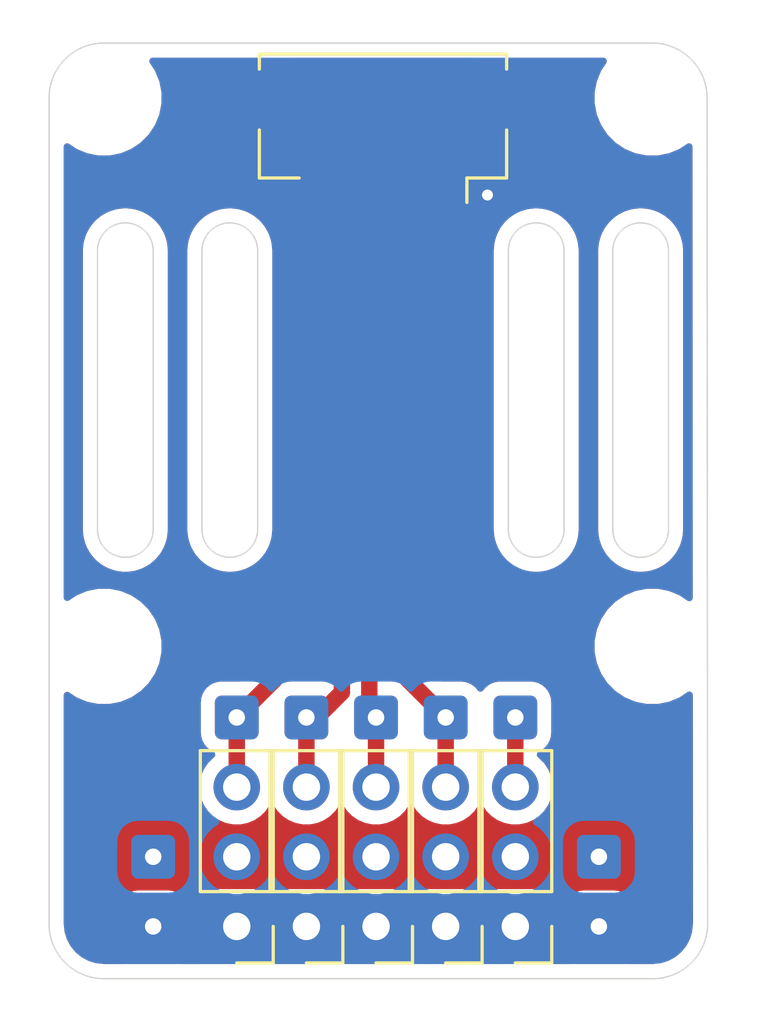
<source format=kicad_pcb>
(kicad_pcb (version 20171130) (host pcbnew "(5.1.9)-1")

  (general
    (thickness 1.6)
    (drawings 24)
    (tracks 17)
    (zones 0)
    (modules 19)
    (nets 8)
  )

  (page A4)
  (layers
    (0 F.Cu signal)
    (31 B.Cu signal)
    (32 B.Adhes user)
    (33 F.Adhes user)
    (34 B.Paste user)
    (35 F.Paste user)
    (36 B.SilkS user)
    (37 F.SilkS user)
    (38 B.Mask user)
    (39 F.Mask user)
    (40 Dwgs.User user)
    (41 Cmts.User user)
    (42 Eco1.User user)
    (43 Eco2.User user)
    (44 Edge.Cuts user)
    (45 Margin user)
    (46 B.CrtYd user)
    (47 F.CrtYd user)
    (48 B.Fab user hide)
    (49 F.Fab user hide)
  )

  (setup
    (last_trace_width 0.6)
    (user_trace_width 0.6)
    (trace_clearance 0.2)
    (zone_clearance 0.508)
    (zone_45_only no)
    (trace_min 0.2)
    (via_size 0.8)
    (via_drill 0.4)
    (via_min_size 0.4)
    (via_min_drill 0.3)
    (uvia_size 0.3)
    (uvia_drill 0.1)
    (uvias_allowed no)
    (uvia_min_size 0.2)
    (uvia_min_drill 0.1)
    (edge_width 0.05)
    (segment_width 0.2)
    (pcb_text_width 0.3)
    (pcb_text_size 1.5 1.5)
    (mod_edge_width 0.12)
    (mod_text_size 1 1)
    (mod_text_width 0.15)
    (pad_size 1.2 1.75)
    (pad_drill 0.75)
    (pad_to_mask_clearance 0)
    (aux_axis_origin 0 0)
    (visible_elements 7FFFFF7F)
    (pcbplotparams
      (layerselection 0x010fc_ffffffff)
      (usegerberextensions false)
      (usegerberattributes true)
      (usegerberadvancedattributes true)
      (creategerberjobfile true)
      (excludeedgelayer true)
      (linewidth 0.100000)
      (plotframeref false)
      (viasonmask false)
      (mode 1)
      (useauxorigin false)
      (hpglpennumber 1)
      (hpglpenspeed 20)
      (hpglpendiameter 15.000000)
      (psnegative false)
      (psa4output false)
      (plotreference true)
      (plotvalue true)
      (plotinvisibletext false)
      (padsonsilk false)
      (subtractmaskfromsilk false)
      (outputformat 1)
      (mirror false)
      (drillshape 0)
      (scaleselection 1)
      (outputdirectory "gerber"))
  )

  (net 0 "")
  (net 1 "Net-(J1-Pad3)")
  (net 2 GND)
  (net 3 +BATT)
  (net 4 "Net-(J1-Pad6)")
  (net 5 "Net-(J1-Pad5)")
  (net 6 "Net-(J1-Pad4)")
  (net 7 "Net-(J11-Pad3)")

  (net_class Default "This is the default net class."
    (clearance 0.2)
    (trace_width 0.25)
    (via_dia 0.8)
    (via_drill 0.4)
    (uvia_dia 0.3)
    (uvia_drill 0.1)
    (add_net +BATT)
    (add_net GND)
    (add_net "Net-(J1-Pad3)")
    (add_net "Net-(J1-Pad4)")
    (add_net "Net-(J1-Pad5)")
    (add_net "Net-(J1-Pad6)")
    (add_net "Net-(J11-Pad3)")
  )

  (module Connector_Wire:SolderWire-0.1sqmm_1x01_D0.4mm_OD1mm (layer F.Cu) (tedit 5EB70B42) (tstamp 62955F29)
    (at 104.394 130.048)
    (descr "Soldered wire connection, for a single 0.1 mm² wire, basic insulation, conductor diameter 0.4mm, outer diameter 1mm, size source Multi-Contact FLEXI-E 0.1 (https://ec.staubli.com/AcroFiles/Catalogues/TM_Cab-Main-11014119_(en)_hi.pdf), bend radius 3 times outer diameter, generated with kicad-footprint-generator")
    (tags "connector wire 0.1sqmm")
    (path /6295EAB7)
    (attr virtual)
    (fp_text reference J10 (at 0 -2) (layer F.SilkS) hide
      (effects (font (size 1 1) (thickness 0.15)))
    )
    (fp_text value Conn_01x01 (at 0 2) (layer F.Fab) hide
      (effects (font (size 1 1) (thickness 0.15)))
    )
    (fp_line (start 1.3 -1.3) (end -1.3 -1.3) (layer F.CrtYd) (width 0.05))
    (fp_line (start 1.3 1.3) (end 1.3 -1.3) (layer F.CrtYd) (width 0.05))
    (fp_line (start -1.3 1.3) (end 1.3 1.3) (layer F.CrtYd) (width 0.05))
    (fp_line (start -1.3 -1.3) (end -1.3 1.3) (layer F.CrtYd) (width 0.05))
    (fp_circle (center 0 0) (end 0.5 0) (layer F.Fab) (width 0.1))
    (fp_text user %R (at 0 0) (layer F.Fab) hide
      (effects (font (size 0.25 0.25) (thickness 0.04)))
    )
    (pad 1 thru_hole roundrect (at 0 0) (size 1.6 1.6) (drill 0.6) (layers *.Cu *.Mask) (roundrect_rratio 0.15625)
      (net 3 +BATT))
    (model ${KISYS3DMOD}/Connector_Wire.3dshapes/SolderWire-0.1sqmm_1x01_D0.4mm_OD1mm.wrl
      (at (xyz 0 0 0))
      (scale (xyz 1 1 1))
      (rotate (xyz 0 0 0))
    )
  )

  (module Connector_Wire:SolderWire-0.1sqmm_1x01_D0.4mm_OD1mm (layer F.Cu) (tedit 5EB70B42) (tstamp 62955F1F)
    (at 104.394 132.588)
    (descr "Soldered wire connection, for a single 0.1 mm² wire, basic insulation, conductor diameter 0.4mm, outer diameter 1mm, size source Multi-Contact FLEXI-E 0.1 (https://ec.staubli.com/AcroFiles/Catalogues/TM_Cab-Main-11014119_(en)_hi.pdf), bend radius 3 times outer diameter, generated with kicad-footprint-generator")
    (tags "connector wire 0.1sqmm")
    (path /62953EBE)
    (attr virtual)
    (fp_text reference J6 (at 0 -2) (layer F.SilkS) hide
      (effects (font (size 1 1) (thickness 0.15)))
    )
    (fp_text value Conn_01x01 (at 0 2) (layer F.Fab) hide
      (effects (font (size 1 1) (thickness 0.15)))
    )
    (fp_line (start 1.3 -1.3) (end -1.3 -1.3) (layer F.CrtYd) (width 0.05))
    (fp_line (start 1.3 1.3) (end 1.3 -1.3) (layer F.CrtYd) (width 0.05))
    (fp_line (start -1.3 1.3) (end 1.3 1.3) (layer F.CrtYd) (width 0.05))
    (fp_line (start -1.3 -1.3) (end -1.3 1.3) (layer F.CrtYd) (width 0.05))
    (fp_circle (center 0 0) (end 0.5 0) (layer F.Fab) (width 0.1))
    (fp_text user %R (at 0 0) (layer F.Fab) hide
      (effects (font (size 0.25 0.25) (thickness 0.04)))
    )
    (pad 1 thru_hole roundrect (at 0 0) (size 1.6 1.6) (drill 0.6) (layers *.Cu *.Mask) (roundrect_rratio 0.15625)
      (net 2 GND))
    (model ${KISYS3DMOD}/Connector_Wire.3dshapes/SolderWire-0.1sqmm_1x01_D0.4mm_OD1mm.wrl
      (at (xyz 0 0 0))
      (scale (xyz 1 1 1))
      (rotate (xyz 0 0 0))
    )
  )

  (module MountingHole:MountingHole_2.2mm_M2 (layer F.Cu) (tedit 61150B2C) (tstamp 6112E80D)
    (at 122.596 122.376)
    (descr "Mounting Hole 2.2mm, no annular, M2")
    (tags "mounting hole 2.2mm no annular m2")
    (path /61155815)
    (attr virtual)
    (fp_text reference H4 (at 0 -3.2) (layer F.SilkS) hide
      (effects (font (size 1 1) (thickness 0.15)))
    )
    (fp_text value MountingHole (at 0 3.2) (layer F.Fab) hide
      (effects (font (size 1 1) (thickness 0.15)))
    )
    (fp_circle (center 0 0) (end 2.45 0) (layer F.CrtYd) (width 0.05))
    (fp_circle (center 0 0) (end 2.2 0) (layer Cmts.User) (width 0.15))
    (fp_text user %R (at 0.3 0) (layer F.Fab) hide
      (effects (font (size 1 1) (thickness 0.15)))
    )
    (pad "" np_thru_hole circle (at 0 0) (size 2.2 2.2) (drill 2.2) (layers *.Cu *.Mask)
      (clearance 1))
  )

  (module Connector_Wire:SolderWire-0.1sqmm_1x01_D0.4mm_OD1mm (layer F.Cu) (tedit 5EB70B42) (tstamp 6116F8D2)
    (at 107.442 124.968 180)
    (descr "Soldered wire connection, for a single 0.1 mm² wire, basic insulation, conductor diameter 0.4mm, outer diameter 1mm, size source Multi-Contact FLEXI-E 0.1 (https://ec.staubli.com/AcroFiles/Catalogues/TM_Cab-Main-11014119_(en)_hi.pdf), bend radius 3 times outer diameter, generated with kicad-footprint-generator")
    (tags "connector wire 0.1sqmm")
    (path /61199C10)
    (attr virtual)
    (fp_text reference J13 (at 0 -2) (layer F.SilkS) hide
      (effects (font (size 1 1) (thickness 0.15)))
    )
    (fp_text value Conn_01x01 (at 0 2) (layer F.Fab) hide
      (effects (font (size 1 1) (thickness 0.15)))
    )
    (fp_text user %R (at 0 0) (layer F.Fab) hide
      (effects (font (size 0.25 0.25) (thickness 0.04)))
    )
    (fp_circle (center 0 0) (end 0.5 0) (layer F.Fab) (width 0.1))
    (fp_line (start -1.3 -1.3) (end -1.3 1.3) (layer F.CrtYd) (width 0.05))
    (fp_line (start -1.3 1.3) (end 1.3 1.3) (layer F.CrtYd) (width 0.05))
    (fp_line (start 1.3 1.3) (end 1.3 -1.3) (layer F.CrtYd) (width 0.05))
    (fp_line (start 1.3 -1.3) (end -1.3 -1.3) (layer F.CrtYd) (width 0.05))
    (pad 1 thru_hole roundrect (at 0 0 180) (size 1.6 1.6) (drill 0.6) (layers *.Cu *.Mask) (roundrect_rratio 0.15625)
      (net 4 "Net-(J1-Pad6)"))
    (model ${KISYS3DMOD}/Connector_Wire.3dshapes/SolderWire-0.1sqmm_1x01_D0.4mm_OD1mm.wrl
      (at (xyz 0 0 0))
      (scale (xyz 1 1 1))
      (rotate (xyz 0 0 0))
    )
  )

  (module Connector_Wire:SolderWire-0.1sqmm_1x01_D0.4mm_OD1mm (layer F.Cu) (tedit 5EB70B42) (tstamp 62954258)
    (at 117.602 124.968)
    (descr "Soldered wire connection, for a single 0.1 mm² wire, basic insulation, conductor diameter 0.4mm, outer diameter 1mm, size source Multi-Contact FLEXI-E 0.1 (https://ec.staubli.com/AcroFiles/Catalogues/TM_Cab-Main-11014119_(en)_hi.pdf), bend radius 3 times outer diameter, generated with kicad-footprint-generator")
    (tags "connector wire 0.1sqmm")
    (path /629742D5)
    (attr virtual)
    (fp_text reference J12 (at 0 -2) (layer F.SilkS) hide
      (effects (font (size 1 1) (thickness 0.15)))
    )
    (fp_text value Conn_01x01 (at 0 2) (layer F.Fab) hide
      (effects (font (size 1 1) (thickness 0.15)))
    )
    (fp_text user %R (at 0 0) (layer F.Fab) hide
      (effects (font (size 0.25 0.25) (thickness 0.04)))
    )
    (fp_circle (center 0 0) (end 0.5 0) (layer F.Fab) (width 0.1))
    (fp_line (start -1.3 -1.3) (end -1.3 1.3) (layer F.CrtYd) (width 0.05))
    (fp_line (start -1.3 1.3) (end 1.3 1.3) (layer F.CrtYd) (width 0.05))
    (fp_line (start 1.3 1.3) (end 1.3 -1.3) (layer F.CrtYd) (width 0.05))
    (fp_line (start 1.3 -1.3) (end -1.3 -1.3) (layer F.CrtYd) (width 0.05))
    (pad 1 thru_hole roundrect (at 0 0) (size 1.6 1.6) (drill 0.6) (layers *.Cu *.Mask) (roundrect_rratio 0.15625)
      (net 7 "Net-(J11-Pad3)"))
    (model ${KISYS3DMOD}/Connector_Wire.3dshapes/SolderWire-0.1sqmm_1x01_D0.4mm_OD1mm.wrl
      (at (xyz 0 0 0))
      (scale (xyz 1 1 1))
      (rotate (xyz 0 0 0))
    )
  )

  (module Connector_PinHeader_2.54mm:PinHeader_1x03_P2.54mm_Vertical (layer F.Cu) (tedit 59FED5CC) (tstamp 6295424D)
    (at 117.602 132.588 180)
    (descr "Through hole straight pin header, 1x03, 2.54mm pitch, single row")
    (tags "Through hole pin header THT 1x03 2.54mm single row")
    (path /62971FA0)
    (fp_text reference J11 (at 0 -2.33) (layer F.SilkS) hide
      (effects (font (size 1 1) (thickness 0.15)))
    )
    (fp_text value Conn_01x03 (at 0 7.41) (layer F.Fab) hide
      (effects (font (size 1 1) (thickness 0.15)))
    )
    (fp_text user %R (at 0 2.54 90) (layer F.Fab) hide
      (effects (font (size 1 1) (thickness 0.15)))
    )
    (fp_line (start -0.635 -1.27) (end 1.27 -1.27) (layer F.Fab) (width 0.1))
    (fp_line (start 1.27 -1.27) (end 1.27 6.35) (layer F.Fab) (width 0.1))
    (fp_line (start 1.27 6.35) (end -1.27 6.35) (layer F.Fab) (width 0.1))
    (fp_line (start -1.27 6.35) (end -1.27 -0.635) (layer F.Fab) (width 0.1))
    (fp_line (start -1.27 -0.635) (end -0.635 -1.27) (layer F.Fab) (width 0.1))
    (fp_line (start -1.33 6.41) (end 1.33 6.41) (layer F.SilkS) (width 0.12))
    (fp_line (start -1.33 1.27) (end -1.33 6.41) (layer F.SilkS) (width 0.12))
    (fp_line (start 1.33 1.27) (end 1.33 6.41) (layer F.SilkS) (width 0.12))
    (fp_line (start -1.33 1.27) (end 1.33 1.27) (layer F.SilkS) (width 0.12))
    (fp_line (start -1.33 0) (end -1.33 -1.33) (layer F.SilkS) (width 0.12))
    (fp_line (start -1.33 -1.33) (end 0 -1.33) (layer F.SilkS) (width 0.12))
    (fp_line (start -1.8 -1.8) (end -1.8 6.85) (layer F.CrtYd) (width 0.05))
    (fp_line (start -1.8 6.85) (end 1.8 6.85) (layer F.CrtYd) (width 0.05))
    (fp_line (start 1.8 6.85) (end 1.8 -1.8) (layer F.CrtYd) (width 0.05))
    (fp_line (start 1.8 -1.8) (end -1.8 -1.8) (layer F.CrtYd) (width 0.05))
    (pad 3 thru_hole oval (at 0 5.08 180) (size 1.7 1.7) (drill 1) (layers *.Cu *.Mask)
      (net 7 "Net-(J11-Pad3)"))
    (pad 2 thru_hole oval (at 0 2.54 180) (size 1.7 1.7) (drill 1) (layers *.Cu *.Mask)
      (net 3 +BATT))
    (pad 1 thru_hole rect (at 0 0 180) (size 1.7 1.7) (drill 1) (layers *.Cu *.Mask)
      (net 2 GND))
    (model ${KISYS3DMOD}/Connector_PinHeader_2.54mm.3dshapes/PinHeader_1x03_P2.54mm_Vertical.wrl
      (at (xyz 0 0 0))
      (scale (xyz 1 1 1))
      (rotate (xyz 0 0 0))
    )
  )

  (module Connector_Wire:SolderWire-0.1sqmm_1x01_D0.4mm_OD1mm (layer F.Cu) (tedit 5EB70B42) (tstamp 6294D768)
    (at 120.65 130.048)
    (descr "Soldered wire connection, for a single 0.1 mm² wire, basic insulation, conductor diameter 0.4mm, outer diameter 1mm, size source Multi-Contact FLEXI-E 0.1 (https://ec.staubli.com/AcroFiles/Catalogues/TM_Cab-Main-11014119_(en)_hi.pdf), bend radius 3 times outer diameter, generated with kicad-footprint-generator")
    (tags "connector wire 0.1sqmm")
    (path /6295EAB7)
    (attr virtual)
    (fp_text reference J10 (at 0 -2) (layer F.SilkS) hide
      (effects (font (size 1 1) (thickness 0.15)))
    )
    (fp_text value Conn_01x01 (at 0 2) (layer F.Fab) hide
      (effects (font (size 1 1) (thickness 0.15)))
    )
    (fp_text user %R (at 0 0) (layer F.Fab) hide
      (effects (font (size 0.25 0.25) (thickness 0.04)))
    )
    (fp_circle (center 0 0) (end 0.5 0) (layer F.Fab) (width 0.1))
    (fp_line (start -1.3 -1.3) (end -1.3 1.3) (layer F.CrtYd) (width 0.05))
    (fp_line (start -1.3 1.3) (end 1.3 1.3) (layer F.CrtYd) (width 0.05))
    (fp_line (start 1.3 1.3) (end 1.3 -1.3) (layer F.CrtYd) (width 0.05))
    (fp_line (start 1.3 -1.3) (end -1.3 -1.3) (layer F.CrtYd) (width 0.05))
    (pad 1 thru_hole roundrect (at 0 0) (size 1.6 1.6) (drill 0.6) (layers *.Cu *.Mask) (roundrect_rratio 0.15625)
      (net 3 +BATT))
    (model ${KISYS3DMOD}/Connector_Wire.3dshapes/SolderWire-0.1sqmm_1x01_D0.4mm_OD1mm.wrl
      (at (xyz 0 0 0))
      (scale (xyz 1 1 1))
      (rotate (xyz 0 0 0))
    )
  )

  (module Connector_Wire:SolderWire-0.1sqmm_1x01_D0.4mm_OD1mm (layer F.Cu) (tedit 5EB70B42) (tstamp 611325AC)
    (at 115.062 124.968)
    (descr "Soldered wire connection, for a single 0.1 mm² wire, basic insulation, conductor diameter 0.4mm, outer diameter 1mm, size source Multi-Contact FLEXI-E 0.1 (https://ec.staubli.com/AcroFiles/Catalogues/TM_Cab-Main-11014119_(en)_hi.pdf), bend radius 3 times outer diameter, generated with kicad-footprint-generator")
    (tags "connector wire 0.1sqmm")
    (path /61181143)
    (attr virtual)
    (fp_text reference J9 (at 0 -2) (layer F.SilkS) hide
      (effects (font (size 1 1) (thickness 0.15)))
    )
    (fp_text value Conn_01x01 (at 0 2) (layer F.Fab) hide
      (effects (font (size 1 1) (thickness 0.15)))
    )
    (fp_text user %R (at 0 0) (layer F.Fab) hide
      (effects (font (size 0.25 0.25) (thickness 0.04)))
    )
    (fp_circle (center 0 0) (end 0.5 0) (layer F.Fab) (width 0.1))
    (fp_line (start -1.3 -1.3) (end -1.3 1.3) (layer F.CrtYd) (width 0.05))
    (fp_line (start -1.3 1.3) (end 1.3 1.3) (layer F.CrtYd) (width 0.05))
    (fp_line (start 1.3 1.3) (end 1.3 -1.3) (layer F.CrtYd) (width 0.05))
    (fp_line (start 1.3 -1.3) (end -1.3 -1.3) (layer F.CrtYd) (width 0.05))
    (pad 1 thru_hole roundrect (at 0 0) (size 1.6 1.6) (drill 0.6) (layers *.Cu *.Mask) (roundrect_rratio 0.15625)
      (net 1 "Net-(J1-Pad3)"))
    (model ${KISYS3DMOD}/Connector_Wire.3dshapes/SolderWire-0.1sqmm_1x01_D0.4mm_OD1mm.wrl
      (at (xyz 0 0 0))
      (scale (xyz 1 1 1))
      (rotate (xyz 0 0 0))
    )
  )

  (module Connector_Wire:SolderWire-0.1sqmm_1x01_D0.4mm_OD1mm (layer F.Cu) (tedit 5EB70B42) (tstamp 6113259E)
    (at 112.522 124.968)
    (descr "Soldered wire connection, for a single 0.1 mm² wire, basic insulation, conductor diameter 0.4mm, outer diameter 1mm, size source Multi-Contact FLEXI-E 0.1 (https://ec.staubli.com/AcroFiles/Catalogues/TM_Cab-Main-11014119_(en)_hi.pdf), bend radius 3 times outer diameter, generated with kicad-footprint-generator")
    (tags "connector wire 0.1sqmm")
    (path /6118060C)
    (attr virtual)
    (fp_text reference J8 (at 0 -2) (layer F.SilkS) hide
      (effects (font (size 1 1) (thickness 0.15)))
    )
    (fp_text value Conn_01x01 (at 0 2) (layer F.Fab) hide
      (effects (font (size 1 1) (thickness 0.15)))
    )
    (fp_text user %R (at 0 0) (layer F.Fab) hide
      (effects (font (size 0.25 0.25) (thickness 0.04)))
    )
    (fp_circle (center 0 0) (end 0.5 0) (layer F.Fab) (width 0.1))
    (fp_line (start -1.3 -1.3) (end -1.3 1.3) (layer F.CrtYd) (width 0.05))
    (fp_line (start -1.3 1.3) (end 1.3 1.3) (layer F.CrtYd) (width 0.05))
    (fp_line (start 1.3 1.3) (end 1.3 -1.3) (layer F.CrtYd) (width 0.05))
    (fp_line (start 1.3 -1.3) (end -1.3 -1.3) (layer F.CrtYd) (width 0.05))
    (pad 1 thru_hole roundrect (at 0 0) (size 1.6 1.6) (drill 0.6) (layers *.Cu *.Mask) (roundrect_rratio 0.15625)
      (net 6 "Net-(J1-Pad4)"))
    (model ${KISYS3DMOD}/Connector_Wire.3dshapes/SolderWire-0.1sqmm_1x01_D0.4mm_OD1mm.wrl
      (at (xyz 0 0 0))
      (scale (xyz 1 1 1))
      (rotate (xyz 0 0 0))
    )
  )

  (module Connector_Wire:SolderWire-0.1sqmm_1x01_D0.4mm_OD1mm (layer F.Cu) (tedit 5EB70B42) (tstamp 61132590)
    (at 109.982 124.968)
    (descr "Soldered wire connection, for a single 0.1 mm² wire, basic insulation, conductor diameter 0.4mm, outer diameter 1mm, size source Multi-Contact FLEXI-E 0.1 (https://ec.staubli.com/AcroFiles/Catalogues/TM_Cab-Main-11014119_(en)_hi.pdf), bend radius 3 times outer diameter, generated with kicad-footprint-generator")
    (tags "connector wire 0.1sqmm")
    (path /6117E1ED)
    (attr virtual)
    (fp_text reference J7 (at 0 -2) (layer F.SilkS) hide
      (effects (font (size 1 1) (thickness 0.15)))
    )
    (fp_text value Conn_01x01 (at 0 2) (layer F.Fab) hide
      (effects (font (size 1 1) (thickness 0.15)))
    )
    (fp_text user %R (at 0 0) (layer F.Fab) hide
      (effects (font (size 0.25 0.25) (thickness 0.04)))
    )
    (fp_circle (center 0 0) (end 0.5 0) (layer F.Fab) (width 0.1))
    (fp_line (start -1.3 -1.3) (end -1.3 1.3) (layer F.CrtYd) (width 0.05))
    (fp_line (start -1.3 1.3) (end 1.3 1.3) (layer F.CrtYd) (width 0.05))
    (fp_line (start 1.3 1.3) (end 1.3 -1.3) (layer F.CrtYd) (width 0.05))
    (fp_line (start 1.3 -1.3) (end -1.3 -1.3) (layer F.CrtYd) (width 0.05))
    (pad 1 thru_hole roundrect (at 0 0) (size 1.6 1.6) (drill 0.6) (layers *.Cu *.Mask) (roundrect_rratio 0.15625)
      (net 5 "Net-(J1-Pad5)"))
    (model ${KISYS3DMOD}/Connector_Wire.3dshapes/SolderWire-0.1sqmm_1x01_D0.4mm_OD1mm.wrl
      (at (xyz 0 0 0))
      (scale (xyz 1 1 1))
      (rotate (xyz 0 0 0))
    )
  )

  (module Connector_Wire:SolderWire-0.1sqmm_1x01_D0.4mm_OD1mm (layer F.Cu) (tedit 5EB70B42) (tstamp 6294D70C)
    (at 120.65 132.588)
    (descr "Soldered wire connection, for a single 0.1 mm² wire, basic insulation, conductor diameter 0.4mm, outer diameter 1mm, size source Multi-Contact FLEXI-E 0.1 (https://ec.staubli.com/AcroFiles/Catalogues/TM_Cab-Main-11014119_(en)_hi.pdf), bend radius 3 times outer diameter, generated with kicad-footprint-generator")
    (tags "connector wire 0.1sqmm")
    (path /62953EBE)
    (attr virtual)
    (fp_text reference J6 (at 0 -2) (layer F.SilkS) hide
      (effects (font (size 1 1) (thickness 0.15)))
    )
    (fp_text value Conn_01x01 (at 0 2) (layer F.Fab) hide
      (effects (font (size 1 1) (thickness 0.15)))
    )
    (fp_text user %R (at 0 0) (layer F.Fab) hide
      (effects (font (size 0.25 0.25) (thickness 0.04)))
    )
    (fp_circle (center 0 0) (end 0.5 0) (layer F.Fab) (width 0.1))
    (fp_line (start -1.3 -1.3) (end -1.3 1.3) (layer F.CrtYd) (width 0.05))
    (fp_line (start -1.3 1.3) (end 1.3 1.3) (layer F.CrtYd) (width 0.05))
    (fp_line (start 1.3 1.3) (end 1.3 -1.3) (layer F.CrtYd) (width 0.05))
    (fp_line (start 1.3 -1.3) (end -1.3 -1.3) (layer F.CrtYd) (width 0.05))
    (pad 1 thru_hole roundrect (at 0 0) (size 1.6 1.6) (drill 0.6) (layers *.Cu *.Mask) (roundrect_rratio 0.15625)
      (net 2 GND))
    (model ${KISYS3DMOD}/Connector_Wire.3dshapes/SolderWire-0.1sqmm_1x01_D0.4mm_OD1mm.wrl
      (at (xyz 0 0 0))
      (scale (xyz 1 1 1))
      (rotate (xyz 0 0 0))
    )
  )

  (module Connector_JST:JST_SHL_SM06B-SHLS-TF_1x06-1MP_P1.00mm_Horizontal (layer F.Cu) (tedit 5B78AD87) (tstamp 6112DF1A)
    (at 112.776 103.886 180)
    (descr "JST SHL series connector, SM06B-SHLS-TF (http://www.jst-mfg.com/product/pdf/eng/eSHL.pdf), generated with kicad-footprint-generator")
    (tags "connector JST SHL top entry")
    (path /61123FD6)
    (attr smd)
    (fp_text reference J1 (at 0 -3.5) (layer F.SilkS) hide
      (effects (font (size 1 1) (thickness 0.15)))
    )
    (fp_text value Conn_01x06 (at 0 4.2) (layer F.Fab) hide
      (effects (font (size 1 1) (thickness 0.15)))
    )
    (fp_text user %R (at 0 0.5) (layer F.Fab) hide
      (effects (font (size 1 1) (thickness 0.15)))
    )
    (fp_line (start -4.4 -1.3) (end 4.4 -1.3) (layer F.Fab) (width 0.1))
    (fp_line (start -4.51 0.34) (end -4.51 -1.41) (layer F.SilkS) (width 0.12))
    (fp_line (start -4.51 -1.41) (end -3.06 -1.41) (layer F.SilkS) (width 0.12))
    (fp_line (start -3.06 -1.41) (end -3.06 -2.3) (layer F.SilkS) (width 0.12))
    (fp_line (start 4.51 0.34) (end 4.51 -1.41) (layer F.SilkS) (width 0.12))
    (fp_line (start 4.51 -1.41) (end 3.06 -1.41) (layer F.SilkS) (width 0.12))
    (fp_line (start -4.51 2.56) (end -4.51 3.11) (layer F.SilkS) (width 0.12))
    (fp_line (start -4.51 3.11) (end 4.51 3.11) (layer F.SilkS) (width 0.12))
    (fp_line (start 4.51 3.11) (end 4.51 2.56) (layer F.SilkS) (width 0.12))
    (fp_line (start -4.4 3) (end 4.4 3) (layer F.Fab) (width 0.1))
    (fp_line (start -4.4 -1.3) (end -4.4 3) (layer F.Fab) (width 0.1))
    (fp_line (start 4.4 -1.3) (end 4.4 3) (layer F.Fab) (width 0.1))
    (fp_line (start -4.9 -2.8) (end -4.9 3.5) (layer F.CrtYd) (width 0.05))
    (fp_line (start -4.9 3.5) (end 4.9 3.5) (layer F.CrtYd) (width 0.05))
    (fp_line (start 4.9 3.5) (end 4.9 -2.8) (layer F.CrtYd) (width 0.05))
    (fp_line (start 4.9 -2.8) (end -4.9 -2.8) (layer F.CrtYd) (width 0.05))
    (fp_line (start -3 -1.3) (end -2.5 -0.592893) (layer F.Fab) (width 0.1))
    (fp_line (start -2.5 -0.592893) (end -2 -1.3) (layer F.Fab) (width 0.1))
    (pad MP smd roundrect (at 3.95 1.45 180) (size 0.9 1.7) (layers F.Cu F.Paste F.Mask) (roundrect_rratio 0.25))
    (pad MP smd roundrect (at -3.95 1.45 180) (size 0.9 1.7) (layers F.Cu F.Paste F.Mask) (roundrect_rratio 0.25))
    (pad 6 smd roundrect (at 2.5 -1.675 180) (size 0.6 1.25) (layers F.Cu F.Paste F.Mask) (roundrect_rratio 0.25)
      (net 4 "Net-(J1-Pad6)"))
    (pad 5 smd roundrect (at 1.5 -1.675 180) (size 0.6 1.25) (layers F.Cu F.Paste F.Mask) (roundrect_rratio 0.25)
      (net 5 "Net-(J1-Pad5)"))
    (pad 4 smd roundrect (at 0.5 -1.675 180) (size 0.6 1.25) (layers F.Cu F.Paste F.Mask) (roundrect_rratio 0.25)
      (net 6 "Net-(J1-Pad4)"))
    (pad 3 smd roundrect (at -0.5 -1.675 180) (size 0.6 1.25) (layers F.Cu F.Paste F.Mask) (roundrect_rratio 0.25)
      (net 1 "Net-(J1-Pad3)"))
    (pad 2 smd roundrect (at -1.5 -1.675 180) (size 0.6 1.25) (layers F.Cu F.Paste F.Mask) (roundrect_rratio 0.25)
      (net 3 +BATT))
    (pad 1 smd roundrect (at -2.5 -1.675 180) (size 0.6 1.25) (layers F.Cu F.Paste F.Mask) (roundrect_rratio 0.25)
      (net 2 GND))
    (model ${KISYS3DMOD}/Connector_JST.3dshapes/JST_SHL_SM06B-SHLS-TF_1x06-1MP_P1.00mm_Horizontal.wrl
      (at (xyz 0 0 0))
      (scale (xyz 1 1 1))
      (rotate (xyz 0 0 0))
    )
  )

  (module Connector_PinHeader_2.54mm:PinHeader_1x03_P2.54mm_Vertical (layer F.Cu) (tedit 59FED5CC) (tstamp 61166DA7)
    (at 115.062 132.588 180)
    (descr "Through hole straight pin header, 1x03, 2.54mm pitch, single row")
    (tags "Through hole pin header THT 1x03 2.54mm single row")
    (path /6116C28F)
    (fp_text reference J5 (at 0 -2.33) (layer F.SilkS) hide
      (effects (font (size 1 1) (thickness 0.15)))
    )
    (fp_text value Conn_01x03 (at 0 7.41) (layer F.Fab) hide
      (effects (font (size 1 1) (thickness 0.15)))
    )
    (fp_line (start -0.635 -1.27) (end 1.27 -1.27) (layer F.Fab) (width 0.1))
    (fp_line (start 1.27 -1.27) (end 1.27 6.35) (layer F.Fab) (width 0.1))
    (fp_line (start 1.27 6.35) (end -1.27 6.35) (layer F.Fab) (width 0.1))
    (fp_line (start -1.27 6.35) (end -1.27 -0.635) (layer F.Fab) (width 0.1))
    (fp_line (start -1.27 -0.635) (end -0.635 -1.27) (layer F.Fab) (width 0.1))
    (fp_line (start -1.33 6.41) (end 1.33 6.41) (layer F.SilkS) (width 0.12))
    (fp_line (start -1.33 1.27) (end -1.33 6.41) (layer F.SilkS) (width 0.12))
    (fp_line (start 1.33 1.27) (end 1.33 6.41) (layer F.SilkS) (width 0.12))
    (fp_line (start -1.33 1.27) (end 1.33 1.27) (layer F.SilkS) (width 0.12))
    (fp_line (start -1.33 0) (end -1.33 -1.33) (layer F.SilkS) (width 0.12))
    (fp_line (start -1.33 -1.33) (end 0 -1.33) (layer F.SilkS) (width 0.12))
    (fp_line (start -1.8 -1.8) (end -1.8 6.85) (layer F.CrtYd) (width 0.05))
    (fp_line (start -1.8 6.85) (end 1.8 6.85) (layer F.CrtYd) (width 0.05))
    (fp_line (start 1.8 6.85) (end 1.8 -1.8) (layer F.CrtYd) (width 0.05))
    (fp_line (start 1.8 -1.8) (end -1.8 -1.8) (layer F.CrtYd) (width 0.05))
    (fp_text user %R (at 0 2.54 90) (layer F.Fab) hide
      (effects (font (size 1 1) (thickness 0.15)))
    )
    (pad 3 thru_hole oval (at 0 5.08 180) (size 1.7 1.7) (drill 1) (layers *.Cu *.Mask)
      (net 1 "Net-(J1-Pad3)"))
    (pad 2 thru_hole oval (at 0 2.54 180) (size 1.7 1.7) (drill 1) (layers *.Cu *.Mask)
      (net 3 +BATT))
    (pad 1 thru_hole rect (at 0 0 180) (size 1.7 1.7) (drill 1) (layers *.Cu *.Mask)
      (net 2 GND))
    (model ${KISYS3DMOD}/Connector_PinHeader_2.54mm.3dshapes/PinHeader_1x03_P2.54mm_Vertical.wrl
      (at (xyz 0 0 0))
      (scale (xyz 1 1 1))
      (rotate (xyz 0 0 0))
    )
  )

  (module Connector_PinHeader_2.54mm:PinHeader_1x03_P2.54mm_Vertical (layer F.Cu) (tedit 59FED5CC) (tstamp 61124DCD)
    (at 112.522 132.588 180)
    (descr "Through hole straight pin header, 1x03, 2.54mm pitch, single row")
    (tags "Through hole pin header THT 1x03 2.54mm single row")
    (path /6112D870)
    (fp_text reference J4 (at 0 -2.33) (layer F.SilkS) hide
      (effects (font (size 1 1) (thickness 0.15)))
    )
    (fp_text value Conn_01x03 (at 0 7.41) (layer F.Fab) hide
      (effects (font (size 1 1) (thickness 0.15)))
    )
    (fp_line (start -0.635 -1.27) (end 1.27 -1.27) (layer F.Fab) (width 0.1))
    (fp_line (start 1.27 -1.27) (end 1.27 6.35) (layer F.Fab) (width 0.1))
    (fp_line (start 1.27 6.35) (end -1.27 6.35) (layer F.Fab) (width 0.1))
    (fp_line (start -1.27 6.35) (end -1.27 -0.635) (layer F.Fab) (width 0.1))
    (fp_line (start -1.27 -0.635) (end -0.635 -1.27) (layer F.Fab) (width 0.1))
    (fp_line (start -1.33 6.41) (end 1.33 6.41) (layer F.SilkS) (width 0.12))
    (fp_line (start -1.33 1.27) (end -1.33 6.41) (layer F.SilkS) (width 0.12))
    (fp_line (start 1.33 1.27) (end 1.33 6.41) (layer F.SilkS) (width 0.12))
    (fp_line (start -1.33 1.27) (end 1.33 1.27) (layer F.SilkS) (width 0.12))
    (fp_line (start -1.33 0) (end -1.33 -1.33) (layer F.SilkS) (width 0.12))
    (fp_line (start -1.33 -1.33) (end 0 -1.33) (layer F.SilkS) (width 0.12))
    (fp_line (start -1.8 -1.8) (end -1.8 6.85) (layer F.CrtYd) (width 0.05))
    (fp_line (start -1.8 6.85) (end 1.8 6.85) (layer F.CrtYd) (width 0.05))
    (fp_line (start 1.8 6.85) (end 1.8 -1.8) (layer F.CrtYd) (width 0.05))
    (fp_line (start 1.8 -1.8) (end -1.8 -1.8) (layer F.CrtYd) (width 0.05))
    (fp_text user %R (at 0 2.54 90) (layer F.Fab) hide
      (effects (font (size 1 1) (thickness 0.15)))
    )
    (pad 3 thru_hole oval (at 0 5.08 180) (size 1.7 1.7) (drill 1) (layers *.Cu *.Mask)
      (net 6 "Net-(J1-Pad4)"))
    (pad 2 thru_hole oval (at 0 2.54 180) (size 1.7 1.7) (drill 1) (layers *.Cu *.Mask)
      (net 3 +BATT))
    (pad 1 thru_hole rect (at 0 0 180) (size 1.7 1.7) (drill 1) (layers *.Cu *.Mask)
      (net 2 GND))
    (model ${KISYS3DMOD}/Connector_PinHeader_2.54mm.3dshapes/PinHeader_1x03_P2.54mm_Vertical.wrl
      (at (xyz 0 0 0))
      (scale (xyz 1 1 1))
      (rotate (xyz 0 0 0))
    )
  )

  (module Connector_PinHeader_2.54mm:PinHeader_1x03_P2.54mm_Vertical (layer F.Cu) (tedit 59FED5CC) (tstamp 61124DA7)
    (at 109.982 132.588 180)
    (descr "Through hole straight pin header, 1x03, 2.54mm pitch, single row")
    (tags "Through hole pin header THT 1x03 2.54mm single row")
    (path /6112CA1B)
    (fp_text reference J3 (at 0 -2.33) (layer F.SilkS) hide
      (effects (font (size 1 1) (thickness 0.15)))
    )
    (fp_text value Conn_01x03 (at 0 7.41) (layer F.Fab) hide
      (effects (font (size 1 1) (thickness 0.15)))
    )
    (fp_line (start -0.635 -1.27) (end 1.27 -1.27) (layer F.Fab) (width 0.1))
    (fp_line (start 1.27 -1.27) (end 1.27 6.35) (layer F.Fab) (width 0.1))
    (fp_line (start 1.27 6.35) (end -1.27 6.35) (layer F.Fab) (width 0.1))
    (fp_line (start -1.27 6.35) (end -1.27 -0.635) (layer F.Fab) (width 0.1))
    (fp_line (start -1.27 -0.635) (end -0.635 -1.27) (layer F.Fab) (width 0.1))
    (fp_line (start -1.33 6.41) (end 1.33 6.41) (layer F.SilkS) (width 0.12))
    (fp_line (start -1.33 1.27) (end -1.33 6.41) (layer F.SilkS) (width 0.12))
    (fp_line (start 1.33 1.27) (end 1.33 6.41) (layer F.SilkS) (width 0.12))
    (fp_line (start -1.33 1.27) (end 1.33 1.27) (layer F.SilkS) (width 0.12))
    (fp_line (start -1.33 0) (end -1.33 -1.33) (layer F.SilkS) (width 0.12))
    (fp_line (start -1.33 -1.33) (end 0 -1.33) (layer F.SilkS) (width 0.12))
    (fp_line (start -1.8 -1.8) (end -1.8 6.85) (layer F.CrtYd) (width 0.05))
    (fp_line (start -1.8 6.85) (end 1.8 6.85) (layer F.CrtYd) (width 0.05))
    (fp_line (start 1.8 6.85) (end 1.8 -1.8) (layer F.CrtYd) (width 0.05))
    (fp_line (start 1.8 -1.8) (end -1.8 -1.8) (layer F.CrtYd) (width 0.05))
    (fp_text user %R (at 0 2.54 90) (layer F.Fab) hide
      (effects (font (size 1 1) (thickness 0.15)))
    )
    (pad 3 thru_hole oval (at 0 5.08 180) (size 1.7 1.7) (drill 1) (layers *.Cu *.Mask)
      (net 5 "Net-(J1-Pad5)"))
    (pad 2 thru_hole oval (at 0 2.54 180) (size 1.7 1.7) (drill 1) (layers *.Cu *.Mask)
      (net 3 +BATT))
    (pad 1 thru_hole rect (at 0 0 180) (size 1.7 1.7) (drill 1) (layers *.Cu *.Mask)
      (net 2 GND))
    (model ${KISYS3DMOD}/Connector_PinHeader_2.54mm.3dshapes/PinHeader_1x03_P2.54mm_Vertical.wrl
      (at (xyz 0 0 0))
      (scale (xyz 1 1 1))
      (rotate (xyz 0 0 0))
    )
  )

  (module Connector_PinHeader_2.54mm:PinHeader_1x03_P2.54mm_Vertical (layer F.Cu) (tedit 59FED5CC) (tstamp 61124D81)
    (at 107.442 132.588 180)
    (descr "Through hole straight pin header, 1x03, 2.54mm pitch, single row")
    (tags "Through hole pin header THT 1x03 2.54mm single row")
    (path /611285D8)
    (fp_text reference J2 (at 0 -2.33) (layer F.SilkS) hide
      (effects (font (size 1 1) (thickness 0.15)))
    )
    (fp_text value Conn_01x03 (at 0 7.41) (layer F.Fab) hide
      (effects (font (size 1 1) (thickness 0.15)))
    )
    (fp_line (start -0.635 -1.27) (end 1.27 -1.27) (layer F.Fab) (width 0.1))
    (fp_line (start 1.27 -1.27) (end 1.27 6.35) (layer F.Fab) (width 0.1))
    (fp_line (start 1.27 6.35) (end -1.27 6.35) (layer F.Fab) (width 0.1))
    (fp_line (start -1.27 6.35) (end -1.27 -0.635) (layer F.Fab) (width 0.1))
    (fp_line (start -1.27 -0.635) (end -0.635 -1.27) (layer F.Fab) (width 0.1))
    (fp_line (start -1.33 6.41) (end 1.33 6.41) (layer F.SilkS) (width 0.12))
    (fp_line (start -1.33 1.27) (end -1.33 6.41) (layer F.SilkS) (width 0.12))
    (fp_line (start 1.33 1.27) (end 1.33 6.41) (layer F.SilkS) (width 0.12))
    (fp_line (start -1.33 1.27) (end 1.33 1.27) (layer F.SilkS) (width 0.12))
    (fp_line (start -1.33 0) (end -1.33 -1.33) (layer F.SilkS) (width 0.12))
    (fp_line (start -1.33 -1.33) (end 0 -1.33) (layer F.SilkS) (width 0.12))
    (fp_line (start -1.8 -1.8) (end -1.8 6.85) (layer F.CrtYd) (width 0.05))
    (fp_line (start -1.8 6.85) (end 1.8 6.85) (layer F.CrtYd) (width 0.05))
    (fp_line (start 1.8 6.85) (end 1.8 -1.8) (layer F.CrtYd) (width 0.05))
    (fp_line (start 1.8 -1.8) (end -1.8 -1.8) (layer F.CrtYd) (width 0.05))
    (fp_text user %R (at 0 2.54 90) (layer F.Fab) hide
      (effects (font (size 1 1) (thickness 0.15)))
    )
    (pad 3 thru_hole oval (at 0 5.08 180) (size 1.7 1.7) (drill 1) (layers *.Cu *.Mask)
      (net 4 "Net-(J1-Pad6)"))
    (pad 2 thru_hole oval (at 0 2.54 180) (size 1.7 1.7) (drill 1) (layers *.Cu *.Mask)
      (net 3 +BATT))
    (pad 1 thru_hole rect (at 0 0 180) (size 1.7 1.7) (drill 1) (layers *.Cu *.Mask)
      (net 2 GND))
    (model ${KISYS3DMOD}/Connector_PinHeader_2.54mm.3dshapes/PinHeader_1x03_P2.54mm_Vertical.wrl
      (at (xyz 0 0 0))
      (scale (xyz 1 1 1))
      (rotate (xyz 0 0 0))
    )
  )

  (module MountingHole:MountingHole_2.2mm_M2 (layer F.Cu) (tedit 61150B1E) (tstamp 6112E805)
    (at 122.596 102.376)
    (descr "Mounting Hole 2.2mm, no annular, M2")
    (tags "mounting hole 2.2mm no annular m2")
    (path /611551EF)
    (attr virtual)
    (fp_text reference H3 (at 0 -3.2) (layer F.SilkS) hide
      (effects (font (size 1 1) (thickness 0.15)))
    )
    (fp_text value MountingHole (at 0 3.2) (layer F.Fab) hide
      (effects (font (size 1 1) (thickness 0.15)))
    )
    (fp_circle (center 0 0) (end 2.45 0) (layer F.CrtYd) (width 0.05))
    (fp_circle (center 0 0) (end 2.2 0) (layer Cmts.User) (width 0.15))
    (fp_text user %R (at 0.3 0) (layer F.Fab) hide
      (effects (font (size 1 1) (thickness 0.15)))
    )
    (pad "" np_thru_hole circle (at 0 0) (size 2.2 2.2) (drill 2.2) (layers *.Cu *.Mask)
      (clearance 1))
  )

  (module MountingHole:MountingHole_2.2mm_M2 (layer F.Cu) (tedit 61150B28) (tstamp 6112E7FD)
    (at 102.596 122.376)
    (descr "Mounting Hole 2.2mm, no annular, M2")
    (tags "mounting hole 2.2mm no annular m2")
    (path /61154F7E)
    (attr virtual)
    (fp_text reference H2 (at 0 -3.2) (layer F.SilkS) hide
      (effects (font (size 1 1) (thickness 0.15)))
    )
    (fp_text value MountingHole (at 0 3.2) (layer F.Fab) hide
      (effects (font (size 1 1) (thickness 0.15)))
    )
    (fp_circle (center 0 0) (end 2.45 0) (layer F.CrtYd) (width 0.05))
    (fp_circle (center 0 0) (end 2.2 0) (layer Cmts.User) (width 0.15))
    (fp_text user %R (at 0.3 0) (layer F.Fab) hide
      (effects (font (size 1 1) (thickness 0.15)))
    )
    (pad "" np_thru_hole circle (at 0 0) (size 2.2 2.2) (drill 2.2) (layers *.Cu *.Mask)
      (clearance 1))
  )

  (module MountingHole:MountingHole_2.2mm_M2 (layer F.Cu) (tedit 61150B19) (tstamp 6112E7F5)
    (at 102.596 102.376)
    (descr "Mounting Hole 2.2mm, no annular, M2")
    (tags "mounting hole 2.2mm no annular m2")
    (path /61153AD3)
    (attr virtual)
    (fp_text reference H1 (at 0 -3.2) (layer F.SilkS) hide
      (effects (font (size 1 1) (thickness 0.15)))
    )
    (fp_text value MountingHole (at 0 3.2) (layer F.Fab) hide
      (effects (font (size 1 1) (thickness 0.15)))
    )
    (fp_circle (center 0 0) (end 2.45 0) (layer F.CrtYd) (width 0.05))
    (fp_circle (center 0 0) (end 2.2 0) (layer Cmts.User) (width 0.15))
    (fp_text user %R (at 0.3 0) (layer F.Fab) hide
      (effects (font (size 1 1) (thickness 0.15)))
    )
    (pad "" np_thru_hole circle (at 0 0) (size 2.2 2.2) (drill 2.2) (layers *.Cu *.Mask)
      (clearance 1))
  )

  (gr_arc (start 118.364 118.11) (end 119.38 118.11) (angle 180) (layer Edge.Cuts) (width 0.05) (tstamp 62955CCB))
  (gr_line (start 119.38 118.11) (end 119.38 107.95) (layer Edge.Cuts) (width 0.05) (tstamp 62955CCA))
  (gr_arc (start 122.174 118.11) (end 123.19 118.11) (angle 180) (layer Edge.Cuts) (width 0.05) (tstamp 62955CC9))
  (gr_arc (start 118.364 107.95) (end 117.348 107.95) (angle 180) (layer Edge.Cuts) (width 0.05) (tstamp 62955CC8))
  (gr_arc (start 122.174 107.95) (end 121.158 107.95) (angle 180) (layer Edge.Cuts) (width 0.05) (tstamp 62955CC7))
  (gr_line (start 117.348 107.95) (end 117.348 118.11) (layer Edge.Cuts) (width 0.05) (tstamp 62955CC6))
  (gr_line (start 123.19 118.11) (end 123.19 107.95) (layer Edge.Cuts) (width 0.05) (tstamp 62955CC5))
  (gr_line (start 121.158 107.95) (end 121.158 118.11) (layer Edge.Cuts) (width 0.05) (tstamp 62955CC4))
  (gr_arc (start 103.378 118.11) (end 104.394 118.11) (angle 180) (layer Edge.Cuts) (width 0.05) (tstamp 62955CBF))
  (gr_arc (start 103.378 107.95) (end 102.362 107.95) (angle 180) (layer Edge.Cuts) (width 0.05) (tstamp 62955CBE))
  (gr_line (start 104.394 118.11) (end 104.394 107.95) (layer Edge.Cuts) (width 0.05) (tstamp 62955CBD))
  (gr_line (start 102.362 107.95) (end 102.362 118.11) (layer Edge.Cuts) (width 0.05) (tstamp 62955CBC))
  (gr_line (start 108.204 118.11) (end 108.204 107.95) (layer Edge.Cuts) (width 0.05) (tstamp 62955CA7))
  (gr_line (start 106.172 107.95) (end 106.172 118.11) (layer Edge.Cuts) (width 0.05) (tstamp 62955CA6))
  (gr_arc (start 107.188 118.11) (end 108.204 118.11) (angle 180) (layer Edge.Cuts) (width 0.05) (tstamp 62955C93))
  (gr_arc (start 107.188 107.95) (end 106.172 107.95) (angle 180) (layer Edge.Cuts) (width 0.05))
  (gr_line (start 102.596 100.376) (end 122.596 100.376) (layer Edge.Cuts) (width 0.05) (tstamp 61167D2B))
  (gr_line (start 102.596 134.493) (end 122.616 134.493) (layer Edge.Cuts) (width 0.05) (tstamp 61156935))
  (gr_line (start 124.596 102.376) (end 124.616 132.493) (layer Edge.Cuts) (width 0.05) (tstamp 61156933))
  (gr_line (start 100.596 132.493) (end 100.596 102.376) (layer Edge.Cuts) (width 0.05) (tstamp 61156931))
  (gr_arc (start 122.616 132.493) (end 122.616 134.493) (angle -90) (layer Edge.Cuts) (width 0.05))
  (gr_arc (start 122.596 102.376) (end 124.596 102.376) (angle -90) (layer Edge.Cuts) (width 0.05))
  (gr_arc (start 102.596 102.376) (end 102.596 100.376) (angle -90) (layer Edge.Cuts) (width 0.05))
  (gr_arc (start 102.596 132.493) (end 100.596 132.493) (angle -90) (layer Edge.Cuts) (width 0.05))

  (segment (start 113.276 123.182) (end 115.062 124.968) (width 0.6) (layer F.Cu) (net 1))
  (segment (start 113.276 105.561) (end 113.276 123.182) (width 0.6) (layer F.Cu) (net 1))
  (segment (start 115.062 124.968) (end 115.062 127.508) (width 0.6) (layer F.Cu) (net 1))
  (via (at 116.586 105.918) (size 0.8) (drill 0.4) (layers F.Cu B.Cu) (net 2))
  (segment (start 116.229 105.561) (end 116.586 105.918) (width 0.6) (layer F.Cu) (net 2))
  (segment (start 115.276 105.561) (end 116.229 105.561) (width 0.6) (layer F.Cu) (net 2))
  (segment (start 110.276 122.134) (end 107.442 124.968) (width 0.6) (layer F.Cu) (net 4))
  (segment (start 110.276 105.561) (end 110.276 122.134) (width 0.6) (layer F.Cu) (net 4))
  (segment (start 107.442 124.968) (end 107.442 127.508) (width 0.6) (layer F.Cu) (net 4))
  (segment (start 110.361322 124.968) (end 109.982 124.968) (width 0.6) (layer F.Cu) (net 5))
  (segment (start 111.276 124.053322) (end 110.361322 124.968) (width 0.6) (layer F.Cu) (net 5))
  (segment (start 111.276 105.561) (end 111.276 124.053322) (width 0.6) (layer F.Cu) (net 5))
  (segment (start 109.982 124.968) (end 109.982 127.508) (width 0.6) (layer F.Cu) (net 5))
  (segment (start 112.276 124.722) (end 112.522 124.968) (width 0.6) (layer F.Cu) (net 6))
  (segment (start 112.276 105.561) (end 112.276 124.722) (width 0.6) (layer F.Cu) (net 6))
  (segment (start 112.522 124.968) (end 112.522 127.508) (width 0.6) (layer F.Cu) (net 6))
  (segment (start 117.602 124.968) (end 117.602 127.508) (width 0.6) (layer F.Cu) (net 7))

  (zone (net 3) (net_name +BATT) (layer F.Cu) (tstamp 629560E4) (hatch edge 0.508)
    (connect_pads yes (clearance 0.508))
    (min_thickness 0.254)
    (fill yes (arc_segments 32) (thermal_gap 0.508) (thermal_bridge_width 0.508))
    (polygon
      (pts
        (xy 126.746 136.144) (xy 98.806 136.144) (xy 98.806 98.806) (xy 126.746 98.806)
      )
    )
    (filled_polygon
      (pts
        (xy 108.121503 101.093382) (xy 107.990716 101.200716) (xy 107.883382 101.331503) (xy 107.803625 101.480717) (xy 107.754512 101.642623)
        (xy 107.737928 101.811) (xy 107.737928 103.061) (xy 107.754512 103.229377) (xy 107.803625 103.391283) (xy 107.883382 103.540497)
        (xy 107.990716 103.671284) (xy 108.121503 103.778618) (xy 108.270717 103.858375) (xy 108.432623 103.907488) (xy 108.601 103.924072)
        (xy 109.051 103.924072) (xy 109.219377 103.907488) (xy 109.381283 103.858375) (xy 109.530497 103.778618) (xy 109.661284 103.671284)
        (xy 109.768618 103.540497) (xy 109.848375 103.391283) (xy 109.897488 103.229377) (xy 109.914072 103.061) (xy 109.914072 101.811)
        (xy 109.897488 101.642623) (xy 109.848375 101.480717) (xy 109.768618 101.331503) (xy 109.661284 101.200716) (xy 109.530497 101.093382)
        (xy 109.423143 101.036) (xy 116.128857 101.036) (xy 116.021503 101.093382) (xy 115.890716 101.200716) (xy 115.783382 101.331503)
        (xy 115.703625 101.480717) (xy 115.654512 101.642623) (xy 115.637928 101.811) (xy 115.637928 103.061) (xy 115.654512 103.229377)
        (xy 115.703625 103.391283) (xy 115.783382 103.540497) (xy 115.890716 103.671284) (xy 116.021503 103.778618) (xy 116.170717 103.858375)
        (xy 116.332623 103.907488) (xy 116.501 103.924072) (xy 116.951 103.924072) (xy 117.119377 103.907488) (xy 117.281283 103.858375)
        (xy 117.430497 103.778618) (xy 117.561284 103.671284) (xy 117.668618 103.540497) (xy 117.748375 103.391283) (xy 117.797488 103.229377)
        (xy 117.814072 103.061) (xy 117.814072 101.811) (xy 117.797488 101.642623) (xy 117.748375 101.480717) (xy 117.668618 101.331503)
        (xy 117.561284 101.200716) (xy 117.430497 101.093382) (xy 117.323143 101.036) (xy 120.812969 101.036) (xy 120.622458 101.32112)
        (xy 120.454582 101.726408) (xy 120.369 102.15666) (xy 120.369 102.59534) (xy 120.454582 103.025592) (xy 120.622458 103.43088)
        (xy 120.866176 103.79563) (xy 121.17637 104.105824) (xy 121.54112 104.349542) (xy 121.946408 104.517418) (xy 122.37666 104.603)
        (xy 122.81534 104.603) (xy 123.245592 104.517418) (xy 123.65088 104.349542) (xy 123.937184 104.15824) (xy 123.948103 120.601056)
        (xy 123.65088 120.402458) (xy 123.245592 120.234582) (xy 122.81534 120.149) (xy 122.37666 120.149) (xy 121.946408 120.234582)
        (xy 121.54112 120.402458) (xy 121.17637 120.646176) (xy 120.866176 120.95637) (xy 120.622458 121.32112) (xy 120.454582 121.726408)
        (xy 120.369 122.15666) (xy 120.369 122.59534) (xy 120.454582 123.025592) (xy 120.622458 123.43088) (xy 120.866176 123.79563)
        (xy 121.17637 124.105824) (xy 121.54112 124.349542) (xy 121.946408 124.517418) (xy 122.37666 124.603) (xy 122.81534 124.603)
        (xy 123.245592 124.517418) (xy 123.65088 124.349542) (xy 123.950459 124.14937) (xy 123.955979 132.460936) (xy 123.927375 132.75266)
        (xy 123.851965 133.002429) (xy 123.729477 133.232794) (xy 123.564579 133.434979) (xy 123.363546 133.601288) (xy 123.134046 133.725378)
        (xy 122.884805 133.802531) (xy 122.594911 133.833) (xy 121.746275 133.833) (xy 121.827962 133.765962) (xy 121.938405 133.631386)
        (xy 122.020472 133.47785) (xy 122.071008 133.311254) (xy 122.088072 133.138) (xy 122.088072 132.038) (xy 122.071008 131.864746)
        (xy 122.020472 131.69815) (xy 121.938405 131.544614) (xy 121.827962 131.410038) (xy 121.693386 131.299595) (xy 121.53985 131.217528)
        (xy 121.373254 131.166992) (xy 121.2 131.149928) (xy 120.1 131.149928) (xy 119.926746 131.166992) (xy 119.76015 131.217528)
        (xy 119.606614 131.299595) (xy 119.472038 131.410038) (xy 119.361595 131.544614) (xy 119.279528 131.69815) (xy 119.228992 131.864746)
        (xy 119.211928 132.038) (xy 119.211928 133.138) (xy 119.228992 133.311254) (xy 119.279528 133.47785) (xy 119.361595 133.631386)
        (xy 119.472038 133.765962) (xy 119.553725 133.833) (xy 118.949295 133.833) (xy 118.982537 133.792494) (xy 119.041502 133.68218)
        (xy 119.077812 133.562482) (xy 119.090072 133.438) (xy 119.090072 131.738) (xy 119.077812 131.613518) (xy 119.041502 131.49382)
        (xy 118.982537 131.383506) (xy 118.903185 131.286815) (xy 118.806494 131.207463) (xy 118.69618 131.148498) (xy 118.576482 131.112188)
        (xy 118.452 131.099928) (xy 116.752 131.099928) (xy 116.627518 131.112188) (xy 116.50782 131.148498) (xy 116.397506 131.207463)
        (xy 116.332 131.261222) (xy 116.266494 131.207463) (xy 116.15618 131.148498) (xy 116.036482 131.112188) (xy 115.912 131.099928)
        (xy 114.212 131.099928) (xy 114.087518 131.112188) (xy 113.96782 131.148498) (xy 113.857506 131.207463) (xy 113.792 131.261222)
        (xy 113.726494 131.207463) (xy 113.61618 131.148498) (xy 113.496482 131.112188) (xy 113.372 131.099928) (xy 111.672 131.099928)
        (xy 111.547518 131.112188) (xy 111.42782 131.148498) (xy 111.317506 131.207463) (xy 111.252 131.261222) (xy 111.186494 131.207463)
        (xy 111.07618 131.148498) (xy 110.956482 131.112188) (xy 110.832 131.099928) (xy 109.132 131.099928) (xy 109.007518 131.112188)
        (xy 108.88782 131.148498) (xy 108.777506 131.207463) (xy 108.712 131.261222) (xy 108.646494 131.207463) (xy 108.53618 131.148498)
        (xy 108.416482 131.112188) (xy 108.292 131.099928) (xy 106.592 131.099928) (xy 106.467518 131.112188) (xy 106.34782 131.148498)
        (xy 106.237506 131.207463) (xy 106.140815 131.286815) (xy 106.061463 131.383506) (xy 106.002498 131.49382) (xy 105.966188 131.613518)
        (xy 105.953928 131.738) (xy 105.953928 133.438) (xy 105.966188 133.562482) (xy 106.002498 133.68218) (xy 106.061463 133.792494)
        (xy 106.094705 133.833) (xy 105.490275 133.833) (xy 105.571962 133.765962) (xy 105.682405 133.631386) (xy 105.764472 133.47785)
        (xy 105.815008 133.311254) (xy 105.832072 133.138) (xy 105.832072 132.038) (xy 105.815008 131.864746) (xy 105.764472 131.69815)
        (xy 105.682405 131.544614) (xy 105.571962 131.410038) (xy 105.437386 131.299595) (xy 105.28385 131.217528) (xy 105.117254 131.166992)
        (xy 104.944 131.149928) (xy 103.844 131.149928) (xy 103.670746 131.166992) (xy 103.50415 131.217528) (xy 103.350614 131.299595)
        (xy 103.216038 131.410038) (xy 103.105595 131.544614) (xy 103.023528 131.69815) (xy 102.972992 131.864746) (xy 102.955928 132.038)
        (xy 102.955928 133.138) (xy 102.972992 133.311254) (xy 103.023528 133.47785) (xy 103.105595 133.631386) (xy 103.216038 133.765962)
        (xy 103.297725 133.833) (xy 102.628279 133.833) (xy 102.33634 133.804375) (xy 102.086571 133.728965) (xy 101.856206 133.606477)
        (xy 101.654021 133.441579) (xy 101.487712 133.240546) (xy 101.363622 133.011046) (xy 101.286469 132.761805) (xy 101.256 132.471911)
        (xy 101.256 127.36174) (xy 105.957 127.36174) (xy 105.957 127.65426) (xy 106.014068 127.941158) (xy 106.12601 128.211411)
        (xy 106.288525 128.454632) (xy 106.495368 128.661475) (xy 106.738589 128.82399) (xy 107.008842 128.935932) (xy 107.29574 128.993)
        (xy 107.58826 128.993) (xy 107.875158 128.935932) (xy 108.145411 128.82399) (xy 108.388632 128.661475) (xy 108.595475 128.454632)
        (xy 108.712 128.28024) (xy 108.828525 128.454632) (xy 109.035368 128.661475) (xy 109.278589 128.82399) (xy 109.548842 128.935932)
        (xy 109.83574 128.993) (xy 110.12826 128.993) (xy 110.415158 128.935932) (xy 110.685411 128.82399) (xy 110.928632 128.661475)
        (xy 111.135475 128.454632) (xy 111.252 128.28024) (xy 111.368525 128.454632) (xy 111.575368 128.661475) (xy 111.818589 128.82399)
        (xy 112.088842 128.935932) (xy 112.37574 128.993) (xy 112.66826 128.993) (xy 112.955158 128.935932) (xy 113.225411 128.82399)
        (xy 113.468632 128.661475) (xy 113.675475 128.454632) (xy 113.792 128.28024) (xy 113.908525 128.454632) (xy 114.115368 128.661475)
        (xy 114.358589 128.82399) (xy 114.628842 128.935932) (xy 114.91574 128.993) (xy 115.20826 128.993) (xy 115.495158 128.935932)
        (xy 115.765411 128.82399) (xy 116.008632 128.661475) (xy 116.215475 128.454632) (xy 116.332 128.28024) (xy 116.448525 128.454632)
        (xy 116.655368 128.661475) (xy 116.898589 128.82399) (xy 117.168842 128.935932) (xy 117.45574 128.993) (xy 117.74826 128.993)
        (xy 118.035158 128.935932) (xy 118.305411 128.82399) (xy 118.548632 128.661475) (xy 118.755475 128.454632) (xy 118.91799 128.211411)
        (xy 119.029932 127.941158) (xy 119.087 127.65426) (xy 119.087 127.36174) (xy 119.029932 127.074842) (xy 118.91799 126.804589)
        (xy 118.755475 126.561368) (xy 118.548632 126.354525) (xy 118.537 126.346753) (xy 118.537 126.314339) (xy 118.645386 126.256405)
        (xy 118.779962 126.145962) (xy 118.890405 126.011386) (xy 118.972472 125.85785) (xy 119.023008 125.691254) (xy 119.040072 125.518)
        (xy 119.040072 124.418) (xy 119.023008 124.244746) (xy 118.972472 124.07815) (xy 118.890405 123.924614) (xy 118.779962 123.790038)
        (xy 118.645386 123.679595) (xy 118.49185 123.597528) (xy 118.325254 123.546992) (xy 118.152 123.529928) (xy 117.052 123.529928)
        (xy 116.878746 123.546992) (xy 116.71215 123.597528) (xy 116.558614 123.679595) (xy 116.424038 123.790038) (xy 116.332 123.902187)
        (xy 116.239962 123.790038) (xy 116.105386 123.679595) (xy 115.95185 123.597528) (xy 115.785254 123.546992) (xy 115.612 123.529928)
        (xy 114.946218 123.529928) (xy 114.211 122.794711) (xy 114.211 106.06719) (xy 114.214072 106.036) (xy 114.214072 105.561)
        (xy 114.336476 105.561) (xy 114.337928 105.575742) (xy 114.337928 106.036) (xy 114.353071 106.189745) (xy 114.397916 106.337582)
        (xy 114.470742 106.473829) (xy 114.568749 106.593251) (xy 114.688171 106.691258) (xy 114.824418 106.764084) (xy 114.972255 106.808929)
        (xy 115.126 106.824072) (xy 115.426 106.824072) (xy 115.579745 106.808929) (xy 115.727582 106.764084) (xy 115.863829 106.691258)
        (xy 115.88125 106.676961) (xy 115.926226 106.721937) (xy 116.095744 106.835205) (xy 116.284102 106.913226) (xy 116.484061 106.953)
        (xy 116.687939 106.953) (xy 116.887898 106.913226) (xy 117.076256 106.835205) (xy 117.186908 106.76127) (xy 117.180237 106.767988)
        (xy 117.137487 106.809851) (xy 117.131613 106.816952) (xy 117.006289 106.970614) (xy 116.973174 107.020456) (xy 116.93939 107.069796)
        (xy 116.935007 107.077902) (xy 116.841916 107.25298) (xy 116.819125 107.308275) (xy 116.795554 107.36327) (xy 116.792829 107.372073)
        (xy 116.735518 107.5619) (xy 116.7239 107.62058) (xy 116.711463 107.679087) (xy 116.7105 107.688252) (xy 116.69115 107.885594)
        (xy 116.69115 107.885599) (xy 116.688 107.917582) (xy 116.688001 118.142419) (xy 116.691249 118.175397) (xy 116.691249 118.188591)
        (xy 116.692212 118.197756) (xy 116.714315 118.394808) (xy 116.726747 118.453295) (xy 116.73837 118.511997) (xy 116.741096 118.5208)
        (xy 116.801052 118.709808) (xy 116.824612 118.764778) (xy 116.847414 118.820099) (xy 116.851797 118.828205) (xy 116.947324 119.001966)
        (xy 116.98113 119.051338) (xy 117.014221 119.101144) (xy 117.020095 119.108245) (xy 117.147552 119.260142) (xy 117.190263 119.301968)
        (xy 117.232441 119.344442) (xy 117.239583 119.350266) (xy 117.394116 119.474515) (xy 117.44417 119.507269) (xy 117.493765 119.540722)
        (xy 117.501901 119.545048) (xy 117.677625 119.636914) (xy 117.733078 119.659318) (xy 117.788233 119.682503) (xy 117.797055 119.685166)
        (xy 117.987276 119.741151) (xy 118.04601 119.752355) (xy 118.104633 119.764389) (xy 118.113805 119.765288) (xy 118.311277 119.783259)
        (xy 118.371094 119.782841) (xy 118.430911 119.783259) (xy 118.440083 119.782359) (xy 118.637284 119.761632) (xy 118.695834 119.749613)
        (xy 118.754639 119.738396) (xy 118.763461 119.735732) (xy 118.952882 119.677097) (xy 119.008009 119.653924) (xy 119.063492 119.631507)
        (xy 119.071629 119.627181) (xy 119.246052 119.53287) (xy 119.295636 119.499425) (xy 119.345699 119.466665) (xy 119.35284 119.460841)
        (xy 119.505624 119.334446) (xy 119.547744 119.292031) (xy 119.590513 119.250149) (xy 119.596387 119.243048) (xy 119.721711 119.089386)
        (xy 119.754803 119.039577) (xy 119.78861 118.990205) (xy 119.792993 118.982098) (xy 119.886084 118.80702) (xy 119.908875 118.751725)
        (xy 119.932446 118.69673) (xy 119.935171 118.687926) (xy 119.992482 118.4981) (xy 120.004098 118.439434) (xy 120.016537 118.380913)
        (xy 120.0175 118.371748) (xy 120.03685 118.174407) (xy 120.03685 118.174402) (xy 120.04 118.142419) (xy 120.04 107.917582)
        (xy 120.498 107.917582) (xy 120.498001 118.142419) (xy 120.501249 118.175397) (xy 120.501249 118.188591) (xy 120.502212 118.197756)
        (xy 120.524315 118.394808) (xy 120.536747 118.453295) (xy 120.54837 118.511997) (xy 120.551096 118.5208) (xy 120.611052 118.709808)
        (xy 120.634612 118.764778) (xy 120.657414 118.820099) (xy 120.661797 118.828205) (xy 120.757324 119.001966) (xy 120.79113 119.051338)
        (xy 120.824221 119.101144) (xy 120.830095 119.108245) (xy 120.957552 119.260142) (xy 121.000263 119.301968) (xy 121.042441 119.344442)
        (xy 121.049583 119.350266) (xy 121.204116 119.474515) (xy 121.25417 119.507269) (xy 121.303765 119.540722) (xy 121.311901 119.545048)
        (xy 121.487625 119.636914) (xy 121.543078 119.659318) (xy 121.598233 119.682503) (xy 121.607055 119.685166) (xy 121.797276 119.741151)
        (xy 121.85601 119.752355) (xy 121.914633 119.764389) (xy 121.923805 119.765288) (xy 122.121277 119.783259) (xy 122.181094 119.782841)
        (xy 122.240911 119.783259) (xy 122.250083 119.782359) (xy 122.447284 119.761632) (xy 122.505834 119.749613) (xy 122.564639 119.738396)
        (xy 122.573461 119.735732) (xy 122.762882 119.677097) (xy 122.818009 119.653924) (xy 122.873492 119.631507) (xy 122.881629 119.627181)
        (xy 123.056052 119.53287) (xy 123.105636 119.499425) (xy 123.155699 119.466665) (xy 123.16284 119.460841) (xy 123.315624 119.334446)
        (xy 123.357744 119.292031) (xy 123.400513 119.250149) (xy 123.406387 119.243048) (xy 123.531711 119.089386) (xy 123.564803 119.039577)
        (xy 123.59861 118.990205) (xy 123.602993 118.982098) (xy 123.696084 118.80702) (xy 123.718875 118.751725) (xy 123.742446 118.69673)
        (xy 123.745171 118.687926) (xy 123.802482 118.4981) (xy 123.814098 118.439434) (xy 123.826537 118.380913) (xy 123.8275 118.371748)
        (xy 123.84685 118.174407) (xy 123.84685 118.174402) (xy 123.85 118.142419) (xy 123.85 107.917581) (xy 123.846751 107.884593)
        (xy 123.846751 107.871409) (xy 123.845788 107.862244) (xy 123.823685 107.665192) (xy 123.811251 107.606699) (xy 123.79963 107.548003)
        (xy 123.796904 107.5392) (xy 123.736948 107.350193) (xy 123.7134 107.295249) (xy 123.690586 107.2399) (xy 123.686203 107.231794)
        (xy 123.590676 107.058034) (xy 123.556892 107.008695) (xy 123.523779 106.958855) (xy 123.517905 106.951755) (xy 123.390448 106.799857)
        (xy 123.347718 106.758013) (xy 123.305559 106.715558) (xy 123.298417 106.709734) (xy 123.143883 106.585485) (xy 123.093847 106.552742)
        (xy 123.044235 106.519278) (xy 123.036098 106.514952) (xy 122.860375 106.423086) (xy 122.804936 106.400688) (xy 122.749768 106.377497)
        (xy 122.740946 106.374834) (xy 122.550724 106.318849) (xy 122.492016 106.30765) (xy 122.433367 106.295611) (xy 122.424195 106.294712)
        (xy 122.226723 106.276741) (xy 122.166906 106.277159) (xy 122.107088 106.276741) (xy 122.097917 106.277641) (xy 121.900715 106.298368)
        (xy 121.842151 106.31039) (xy 121.783362 106.321604) (xy 121.77454 106.324268) (xy 121.585118 106.382903) (xy 121.530005 106.406071)
        (xy 121.474507 106.428493) (xy 121.466371 106.43282) (xy 121.291947 106.52713) (xy 121.242331 106.560597) (xy 121.192301 106.593335)
        (xy 121.18516 106.599159) (xy 121.032376 106.725553) (xy 120.990237 106.767988) (xy 120.947487 106.809851) (xy 120.941613 106.816952)
        (xy 120.816289 106.970614) (xy 120.783174 107.020456) (xy 120.74939 107.069796) (xy 120.745007 107.077902) (xy 120.651916 107.25298)
        (xy 120.629125 107.308275) (xy 120.605554 107.36327) (xy 120.602829 107.372073) (xy 120.545518 107.5619) (xy 120.5339 107.62058)
        (xy 120.521463 107.679087) (xy 120.5205 107.688252) (xy 120.50115 107.885594) (xy 120.50115 107.885599) (xy 120.498 107.917582)
        (xy 120.04 107.917582) (xy 120.04 107.917581) (xy 120.036751 107.884593) (xy 120.036751 107.871409) (xy 120.035788 107.862244)
        (xy 120.013685 107.665192) (xy 120.001251 107.606699) (xy 119.98963 107.548003) (xy 119.986904 107.5392) (xy 119.926948 107.350193)
        (xy 119.9034 107.295249) (xy 119.880586 107.2399) (xy 119.876203 107.231794) (xy 119.780676 107.058034) (xy 119.746892 107.008695)
        (xy 119.713779 106.958855) (xy 119.707905 106.951755) (xy 119.580448 106.799857) (xy 119.537718 106.758013) (xy 119.495559 106.715558)
        (xy 119.488417 106.709734) (xy 119.333883 106.585485) (xy 119.283847 106.552742) (xy 119.234235 106.519278) (xy 119.226098 106.514952)
        (xy 119.050375 106.423086) (xy 118.994936 106.400688) (xy 118.939768 106.377497) (xy 118.930946 106.374834) (xy 118.740724 106.318849)
        (xy 118.682016 106.30765) (xy 118.623367 106.295611) (xy 118.614195 106.294712) (xy 118.416723 106.276741) (xy 118.356906 106.277159)
        (xy 118.297088 106.276741) (xy 118.287917 106.277641) (xy 118.090715 106.298368) (xy 118.032151 106.31039) (xy 117.973362 106.321604)
        (xy 117.96454 106.324268) (xy 117.775118 106.382903) (xy 117.720005 106.406071) (xy 117.664507 106.428493) (xy 117.656371 106.43282)
        (xy 117.481947 106.52713) (xy 117.432331 106.560597) (xy 117.382301 106.593335) (xy 117.37516 106.599159) (xy 117.336903 106.630808)
        (xy 117.389937 106.577774) (xy 117.503205 106.408256) (xy 117.581226 106.219898) (xy 117.621 106.019939) (xy 117.621 105.816061)
        (xy 117.581226 105.616102) (xy 117.503205 105.427744) (xy 117.389937 105.258226) (xy 117.245774 105.114063) (xy 117.076256 105.000795)
        (xy 116.930858 104.940569) (xy 116.92263 104.932341) (xy 116.893344 104.896656) (xy 116.750972 104.779814) (xy 116.58854 104.692993)
        (xy 116.412292 104.639529) (xy 116.274932 104.626) (xy 116.229 104.621476) (xy 116.183068 104.626) (xy 116.063063 104.626)
        (xy 115.983251 104.528749) (xy 115.863829 104.430742) (xy 115.727582 104.357916) (xy 115.579745 104.313071) (xy 115.426 104.297928)
        (xy 115.126 104.297928) (xy 114.972255 104.313071) (xy 114.824418 104.357916) (xy 114.688171 104.430742) (xy 114.568749 104.528749)
        (xy 114.470742 104.648171) (xy 114.397916 104.784418) (xy 114.353071 104.932255) (xy 114.337928 105.086) (xy 114.337928 105.546258)
        (xy 114.336476 105.561) (xy 114.214072 105.561) (xy 114.214072 105.086) (xy 114.198929 104.932255) (xy 114.154084 104.784418)
        (xy 114.081258 104.648171) (xy 113.983251 104.528749) (xy 113.863829 104.430742) (xy 113.727582 104.357916) (xy 113.579745 104.313071)
        (xy 113.426 104.297928) (xy 113.126 104.297928) (xy 112.972255 104.313071) (xy 112.824418 104.357916) (xy 112.776 104.383796)
        (xy 112.727582 104.357916) (xy 112.579745 104.313071) (xy 112.426 104.297928) (xy 112.126 104.297928) (xy 111.972255 104.313071)
        (xy 111.824418 104.357916) (xy 111.776 104.383796) (xy 111.727582 104.357916) (xy 111.579745 104.313071) (xy 111.426 104.297928)
        (xy 111.126 104.297928) (xy 110.972255 104.313071) (xy 110.824418 104.357916) (xy 110.776 104.383796) (xy 110.727582 104.357916)
        (xy 110.579745 104.313071) (xy 110.426 104.297928) (xy 110.126 104.297928) (xy 109.972255 104.313071) (xy 109.824418 104.357916)
        (xy 109.688171 104.430742) (xy 109.568749 104.528749) (xy 109.470742 104.648171) (xy 109.397916 104.784418) (xy 109.353071 104.932255)
        (xy 109.337928 105.086) (xy 109.337928 106.036) (xy 109.341 106.06719) (xy 109.341001 121.746709) (xy 107.557783 123.529928)
        (xy 106.892 123.529928) (xy 106.718746 123.546992) (xy 106.55215 123.597528) (xy 106.398614 123.679595) (xy 106.264038 123.790038)
        (xy 106.153595 123.924614) (xy 106.071528 124.07815) (xy 106.020992 124.244746) (xy 106.003928 124.418) (xy 106.003928 125.518)
        (xy 106.020992 125.691254) (xy 106.071528 125.85785) (xy 106.153595 126.011386) (xy 106.264038 126.145962) (xy 106.398614 126.256405)
        (xy 106.507001 126.314339) (xy 106.507001 126.346752) (xy 106.495368 126.354525) (xy 106.288525 126.561368) (xy 106.12601 126.804589)
        (xy 106.014068 127.074842) (xy 105.957 127.36174) (xy 101.256 127.36174) (xy 101.256 124.159031) (xy 101.54112 124.349542)
        (xy 101.946408 124.517418) (xy 102.37666 124.603) (xy 102.81534 124.603) (xy 103.245592 124.517418) (xy 103.65088 124.349542)
        (xy 104.01563 124.105824) (xy 104.325824 123.79563) (xy 104.569542 123.43088) (xy 104.737418 123.025592) (xy 104.823 122.59534)
        (xy 104.823 122.15666) (xy 104.737418 121.726408) (xy 104.569542 121.32112) (xy 104.325824 120.95637) (xy 104.01563 120.646176)
        (xy 103.65088 120.402458) (xy 103.245592 120.234582) (xy 102.81534 120.149) (xy 102.37666 120.149) (xy 101.946408 120.234582)
        (xy 101.54112 120.402458) (xy 101.256 120.592969) (xy 101.256 107.917582) (xy 101.702 107.917582) (xy 101.702001 118.142419)
        (xy 101.705249 118.175397) (xy 101.705249 118.188591) (xy 101.706212 118.197756) (xy 101.728315 118.394808) (xy 101.740747 118.453295)
        (xy 101.75237 118.511997) (xy 101.755096 118.5208) (xy 101.815052 118.709808) (xy 101.838612 118.764778) (xy 101.861414 118.820099)
        (xy 101.865797 118.828205) (xy 101.961324 119.001966) (xy 101.99513 119.051338) (xy 102.028221 119.101144) (xy 102.034095 119.108245)
        (xy 102.161552 119.260142) (xy 102.204263 119.301968) (xy 102.246441 119.344442) (xy 102.253583 119.350266) (xy 102.408116 119.474515)
        (xy 102.45817 119.507269) (xy 102.507765 119.540722) (xy 102.515901 119.545048) (xy 102.691625 119.636914) (xy 102.747078 119.659318)
        (xy 102.802233 119.682503) (xy 102.811055 119.685166) (xy 103.001276 119.741151) (xy 103.06001 119.752355) (xy 103.118633 119.764389)
        (xy 103.127805 119.765288) (xy 103.325277 119.783259) (xy 103.385094 119.782841) (xy 103.444911 119.783259) (xy 103.454083 119.782359)
        (xy 103.651284 119.761632) (xy 103.709834 119.749613) (xy 103.768639 119.738396) (xy 103.777461 119.735732) (xy 103.966882 119.677097)
        (xy 104.022009 119.653924) (xy 104.077492 119.631507) (xy 104.085629 119.627181) (xy 104.260052 119.53287) (xy 104.309636 119.499425)
        (xy 104.359699 119.466665) (xy 104.36684 119.460841) (xy 104.519624 119.334446) (xy 104.561744 119.292031) (xy 104.604513 119.250149)
        (xy 104.610387 119.243048) (xy 104.735711 119.089386) (xy 104.768803 119.039577) (xy 104.80261 118.990205) (xy 104.806993 118.982098)
        (xy 104.900084 118.80702) (xy 104.922875 118.751725) (xy 104.946446 118.69673) (xy 104.949171 118.687926) (xy 105.006482 118.4981)
        (xy 105.018098 118.439434) (xy 105.030537 118.380913) (xy 105.0315 118.371748) (xy 105.05085 118.174407) (xy 105.05085 118.174402)
        (xy 105.054 118.142419) (xy 105.054 107.917582) (xy 105.512 107.917582) (xy 105.512001 118.142419) (xy 105.515249 118.175397)
        (xy 105.515249 118.188591) (xy 105.516212 118.197756) (xy 105.538315 118.394808) (xy 105.550747 118.453295) (xy 105.56237 118.511997)
        (xy 105.565096 118.5208) (xy 105.625052 118.709808) (xy 105.648612 118.764778) (xy 105.671414 118.820099) (xy 105.675797 118.828205)
        (xy 105.771324 119.001966) (xy 105.80513 119.051338) (xy 105.838221 119.101144) (xy 105.844095 119.108245) (xy 105.971552 119.260142)
        (xy 106.014263 119.301968) (xy 106.056441 119.344442) (xy 106.063583 119.350266) (xy 106.218116 119.474515) (xy 106.26817 119.507269)
        (xy 106.317765 119.540722) (xy 106.325901 119.545048) (xy 106.501625 119.636914) (xy 106.557078 119.659318) (xy 106.612233 119.682503)
        (xy 106.621055 119.685166) (xy 106.811276 119.741151) (xy 106.87001 119.752355) (xy 106.928633 119.764389) (xy 106.937805 119.765288)
        (xy 107.135277 119.783259) (xy 107.195094 119.782841) (xy 107.254911 119.783259) (xy 107.264083 119.782359) (xy 107.461284 119.761632)
        (xy 107.519834 119.749613) (xy 107.578639 119.738396) (xy 107.587461 119.735732) (xy 107.776882 119.677097) (xy 107.832009 119.653924)
        (xy 107.887492 119.631507) (xy 107.895629 119.627181) (xy 108.070052 119.53287) (xy 108.119636 119.499425) (xy 108.169699 119.466665)
        (xy 108.17684 119.460841) (xy 108.329624 119.334446) (xy 108.371744 119.292031) (xy 108.414513 119.250149) (xy 108.420387 119.243048)
        (xy 108.545711 119.089386) (xy 108.578803 119.039577) (xy 108.61261 118.990205) (xy 108.616993 118.982098) (xy 108.710084 118.80702)
        (xy 108.732875 118.751725) (xy 108.756446 118.69673) (xy 108.759171 118.687926) (xy 108.816482 118.4981) (xy 108.828098 118.439434)
        (xy 108.840537 118.380913) (xy 108.8415 118.371748) (xy 108.86085 118.174407) (xy 108.86085 118.174402) (xy 108.864 118.142419)
        (xy 108.864 107.917581) (xy 108.860751 107.884593) (xy 108.860751 107.871409) (xy 108.859788 107.862244) (xy 108.837685 107.665192)
        (xy 108.825251 107.606699) (xy 108.81363 107.548003) (xy 108.810904 107.5392) (xy 108.750948 107.350193) (xy 108.7274 107.295249)
        (xy 108.704586 107.2399) (xy 108.700203 107.231794) (xy 108.604676 107.058034) (xy 108.570892 107.008695) (xy 108.537779 106.958855)
        (xy 108.531905 106.951755) (xy 108.404448 106.799857) (xy 108.361718 106.758013) (xy 108.319559 106.715558) (xy 108.312417 106.709734)
        (xy 108.157883 106.585485) (xy 108.107847 106.552742) (xy 108.058235 106.519278) (xy 108.050098 106.514952) (xy 107.874375 106.423086)
        (xy 107.818936 106.400688) (xy 107.763768 106.377497) (xy 107.754946 106.374834) (xy 107.564724 106.318849) (xy 107.506016 106.30765)
        (xy 107.447367 106.295611) (xy 107.438195 106.294712) (xy 107.240723 106.276741) (xy 107.180906 106.277159) (xy 107.121088 106.276741)
        (xy 107.111917 106.277641) (xy 106.914715 106.298368) (xy 106.856151 106.31039) (xy 106.797362 106.321604) (xy 106.78854 106.324268)
        (xy 106.599118 106.382903) (xy 106.544005 106.406071) (xy 106.488507 106.428493) (xy 106.480371 106.43282) (xy 106.305947 106.52713)
        (xy 106.256331 106.560597) (xy 106.206301 106.593335) (xy 106.19916 106.599159) (xy 106.046376 106.725553) (xy 106.004237 106.767988)
        (xy 105.961487 106.809851) (xy 105.955613 106.816952) (xy 105.830289 106.970614) (xy 105.797174 107.020456) (xy 105.76339 107.069796)
        (xy 105.759007 107.077902) (xy 105.665916 107.25298) (xy 105.643125 107.308275) (xy 105.619554 107.36327) (xy 105.616829 107.372073)
        (xy 105.559518 107.5619) (xy 105.5479 107.62058) (xy 105.535463 107.679087) (xy 105.5345 107.688252) (xy 105.51515 107.885594)
        (xy 105.51515 107.885599) (xy 105.512 107.917582) (xy 105.054 107.917582) (xy 105.054 107.917581) (xy 105.050751 107.884593)
        (xy 105.050751 107.871409) (xy 105.049788 107.862244) (xy 105.027685 107.665192) (xy 105.015251 107.606699) (xy 105.00363 107.548003)
        (xy 105.000904 107.5392) (xy 104.940948 107.350193) (xy 104.9174 107.295249) (xy 104.894586 107.2399) (xy 104.890203 107.231794)
        (xy 104.794676 107.058034) (xy 104.760892 107.008695) (xy 104.727779 106.958855) (xy 104.721905 106.951755) (xy 104.594448 106.799857)
        (xy 104.551718 106.758013) (xy 104.509559 106.715558) (xy 104.502417 106.709734) (xy 104.347883 106.585485) (xy 104.297847 106.552742)
        (xy 104.248235 106.519278) (xy 104.240098 106.514952) (xy 104.064375 106.423086) (xy 104.008936 106.400688) (xy 103.953768 106.377497)
        (xy 103.944946 106.374834) (xy 103.754724 106.318849) (xy 103.696016 106.30765) (xy 103.637367 106.295611) (xy 103.628195 106.294712)
        (xy 103.430723 106.276741) (xy 103.370906 106.277159) (xy 103.311088 106.276741) (xy 103.301917 106.277641) (xy 103.104715 106.298368)
        (xy 103.046151 106.31039) (xy 102.987362 106.321604) (xy 102.97854 106.324268) (xy 102.789118 106.382903) (xy 102.734005 106.406071)
        (xy 102.678507 106.428493) (xy 102.670371 106.43282) (xy 102.495947 106.52713) (xy 102.446331 106.560597) (xy 102.396301 106.593335)
        (xy 102.38916 106.599159) (xy 102.236376 106.725553) (xy 102.194237 106.767988) (xy 102.151487 106.809851) (xy 102.145613 106.816952)
        (xy 102.020289 106.970614) (xy 101.987174 107.020456) (xy 101.95339 107.069796) (xy 101.949007 107.077902) (xy 101.855916 107.25298)
        (xy 101.833125 107.308275) (xy 101.809554 107.36327) (xy 101.806829 107.372073) (xy 101.749518 107.5619) (xy 101.7379 107.62058)
        (xy 101.725463 107.679087) (xy 101.7245 107.688252) (xy 101.70515 107.885594) (xy 101.70515 107.885599) (xy 101.702 107.917582)
        (xy 101.256 107.917582) (xy 101.256 104.159031) (xy 101.54112 104.349542) (xy 101.946408 104.517418) (xy 102.37666 104.603)
        (xy 102.81534 104.603) (xy 103.245592 104.517418) (xy 103.65088 104.349542) (xy 104.01563 104.105824) (xy 104.325824 103.79563)
        (xy 104.569542 103.43088) (xy 104.737418 103.025592) (xy 104.823 102.59534) (xy 104.823 102.15666) (xy 104.737418 101.726408)
        (xy 104.569542 101.32112) (xy 104.379031 101.036) (xy 108.228857 101.036)
      )
    )
  )
  (zone (net 2) (net_name GND) (layer B.Cu) (tstamp 629560E1) (hatch edge 0.508)
    (connect_pads yes (clearance 0.508))
    (min_thickness 0.254)
    (fill yes (arc_segments 32) (thermal_gap 0.508) (thermal_bridge_width 0.508))
    (polygon
      (pts
        (xy 126.746 136.144) (xy 98.806 136.144) (xy 98.806 98.806) (xy 126.746 98.806)
      )
    )
    (filled_polygon
      (pts
        (xy 120.622458 101.32112) (xy 120.454582 101.726408) (xy 120.369 102.15666) (xy 120.369 102.59534) (xy 120.454582 103.025592)
        (xy 120.622458 103.43088) (xy 120.866176 103.79563) (xy 121.17637 104.105824) (xy 121.54112 104.349542) (xy 121.946408 104.517418)
        (xy 122.37666 104.603) (xy 122.81534 104.603) (xy 123.245592 104.517418) (xy 123.65088 104.349542) (xy 123.937184 104.15824)
        (xy 123.948103 120.601056) (xy 123.65088 120.402458) (xy 123.245592 120.234582) (xy 122.81534 120.149) (xy 122.37666 120.149)
        (xy 121.946408 120.234582) (xy 121.54112 120.402458) (xy 121.17637 120.646176) (xy 120.866176 120.95637) (xy 120.622458 121.32112)
        (xy 120.454582 121.726408) (xy 120.369 122.15666) (xy 120.369 122.59534) (xy 120.454582 123.025592) (xy 120.622458 123.43088)
        (xy 120.866176 123.79563) (xy 121.17637 124.105824) (xy 121.54112 124.349542) (xy 121.946408 124.517418) (xy 122.37666 124.603)
        (xy 122.81534 124.603) (xy 123.245592 124.517418) (xy 123.65088 124.349542) (xy 123.950459 124.14937) (xy 123.955979 132.460936)
        (xy 123.927375 132.75266) (xy 123.851965 133.002429) (xy 123.729477 133.232794) (xy 123.564579 133.434979) (xy 123.363546 133.601288)
        (xy 123.134046 133.725378) (xy 122.884805 133.802531) (xy 122.594911 133.833) (xy 102.628279 133.833) (xy 102.33634 133.804375)
        (xy 102.086571 133.728965) (xy 101.856206 133.606477) (xy 101.654021 133.441579) (xy 101.487712 133.240546) (xy 101.363622 133.011046)
        (xy 101.286469 132.761805) (xy 101.256 132.471911) (xy 101.256 129.498) (xy 102.955928 129.498) (xy 102.955928 130.598)
        (xy 102.972992 130.771254) (xy 103.023528 130.93785) (xy 103.105595 131.091386) (xy 103.216038 131.225962) (xy 103.350614 131.336405)
        (xy 103.50415 131.418472) (xy 103.670746 131.469008) (xy 103.844 131.486072) (xy 104.944 131.486072) (xy 105.117254 131.469008)
        (xy 105.28385 131.418472) (xy 105.437386 131.336405) (xy 105.571962 131.225962) (xy 105.682405 131.091386) (xy 105.764472 130.93785)
        (xy 105.815008 130.771254) (xy 105.832072 130.598) (xy 105.832072 129.498) (xy 105.815008 129.324746) (xy 105.764472 129.15815)
        (xy 105.682405 129.004614) (xy 105.571962 128.870038) (xy 105.437386 128.759595) (xy 105.28385 128.677528) (xy 105.117254 128.626992)
        (xy 104.944 128.609928) (xy 103.844 128.609928) (xy 103.670746 128.626992) (xy 103.50415 128.677528) (xy 103.350614 128.759595)
        (xy 103.216038 128.870038) (xy 103.105595 129.004614) (xy 103.023528 129.15815) (xy 102.972992 129.324746) (xy 102.955928 129.498)
        (xy 101.256 129.498) (xy 101.256 127.36174) (xy 105.957 127.36174) (xy 105.957 127.65426) (xy 106.014068 127.941158)
        (xy 106.12601 128.211411) (xy 106.288525 128.454632) (xy 106.495368 128.661475) (xy 106.66976 128.778) (xy 106.495368 128.894525)
        (xy 106.288525 129.101368) (xy 106.12601 129.344589) (xy 106.014068 129.614842) (xy 105.957 129.90174) (xy 105.957 130.19426)
        (xy 106.014068 130.481158) (xy 106.12601 130.751411) (xy 106.288525 130.994632) (xy 106.495368 131.201475) (xy 106.738589 131.36399)
        (xy 107.008842 131.475932) (xy 107.29574 131.533) (xy 107.58826 131.533) (xy 107.875158 131.475932) (xy 108.145411 131.36399)
        (xy 108.388632 131.201475) (xy 108.595475 130.994632) (xy 108.712 130.82024) (xy 108.828525 130.994632) (xy 109.035368 131.201475)
        (xy 109.278589 131.36399) (xy 109.548842 131.475932) (xy 109.83574 131.533) (xy 110.12826 131.533) (xy 110.415158 131.475932)
        (xy 110.685411 131.36399) (xy 110.928632 131.201475) (xy 111.135475 130.994632) (xy 111.252 130.82024) (xy 111.368525 130.994632)
        (xy 111.575368 131.201475) (xy 111.818589 131.36399) (xy 112.088842 131.475932) (xy 112.37574 131.533) (xy 112.66826 131.533)
        (xy 112.955158 131.475932) (xy 113.225411 131.36399) (xy 113.468632 131.201475) (xy 113.675475 130.994632) (xy 113.792 130.82024)
        (xy 113.908525 130.994632) (xy 114.115368 131.201475) (xy 114.358589 131.36399) (xy 114.628842 131.475932) (xy 114.91574 131.533)
        (xy 115.20826 131.533) (xy 115.495158 131.475932) (xy 115.765411 131.36399) (xy 116.008632 131.201475) (xy 116.215475 130.994632)
        (xy 116.332 130.82024) (xy 116.448525 130.994632) (xy 116.655368 131.201475) (xy 116.898589 131.36399) (xy 117.168842 131.475932)
        (xy 117.45574 131.533) (xy 117.74826 131.533) (xy 118.035158 131.475932) (xy 118.305411 131.36399) (xy 118.548632 131.201475)
        (xy 118.755475 130.994632) (xy 118.91799 130.751411) (xy 119.029932 130.481158) (xy 119.087 130.19426) (xy 119.087 129.90174)
        (xy 119.029932 129.614842) (xy 118.981535 129.498) (xy 119.211928 129.498) (xy 119.211928 130.598) (xy 119.228992 130.771254)
        (xy 119.279528 130.93785) (xy 119.361595 131.091386) (xy 119.472038 131.225962) (xy 119.606614 131.336405) (xy 119.76015 131.418472)
        (xy 119.926746 131.469008) (xy 120.1 131.486072) (xy 121.2 131.486072) (xy 121.373254 131.469008) (xy 121.53985 131.418472)
        (xy 121.693386 131.336405) (xy 121.827962 131.225962) (xy 121.938405 131.091386) (xy 122.020472 130.93785) (xy 122.071008 130.771254)
        (xy 122.088072 130.598) (xy 122.088072 129.498) (xy 122.071008 129.324746) (xy 122.020472 129.15815) (xy 121.938405 129.004614)
        (xy 121.827962 128.870038) (xy 121.693386 128.759595) (xy 121.53985 128.677528) (xy 121.373254 128.626992) (xy 121.2 128.609928)
        (xy 120.1 128.609928) (xy 119.926746 128.626992) (xy 119.76015 128.677528) (xy 119.606614 128.759595) (xy 119.472038 128.870038)
        (xy 119.361595 129.004614) (xy 119.279528 129.15815) (xy 119.228992 129.324746) (xy 119.211928 129.498) (xy 118.981535 129.498)
        (xy 118.91799 129.344589) (xy 118.755475 129.101368) (xy 118.548632 128.894525) (xy 118.37424 128.778) (xy 118.548632 128.661475)
        (xy 118.755475 128.454632) (xy 118.91799 128.211411) (xy 119.029932 127.941158) (xy 119.087 127.65426) (xy 119.087 127.36174)
        (xy 119.029932 127.074842) (xy 118.91799 126.804589) (xy 118.755475 126.561368) (xy 118.548632 126.354525) (xy 118.510049 126.328745)
        (xy 118.645386 126.256405) (xy 118.779962 126.145962) (xy 118.890405 126.011386) (xy 118.972472 125.85785) (xy 119.023008 125.691254)
        (xy 119.040072 125.518) (xy 119.040072 124.418) (xy 119.023008 124.244746) (xy 118.972472 124.07815) (xy 118.890405 123.924614)
        (xy 118.779962 123.790038) (xy 118.645386 123.679595) (xy 118.49185 123.597528) (xy 118.325254 123.546992) (xy 118.152 123.529928)
        (xy 117.052 123.529928) (xy 116.878746 123.546992) (xy 116.71215 123.597528) (xy 116.558614 123.679595) (xy 116.424038 123.790038)
        (xy 116.332 123.902187) (xy 116.239962 123.790038) (xy 116.105386 123.679595) (xy 115.95185 123.597528) (xy 115.785254 123.546992)
        (xy 115.612 123.529928) (xy 114.512 123.529928) (xy 114.338746 123.546992) (xy 114.17215 123.597528) (xy 114.018614 123.679595)
        (xy 113.884038 123.790038) (xy 113.792 123.902187) (xy 113.699962 123.790038) (xy 113.565386 123.679595) (xy 113.41185 123.597528)
        (xy 113.245254 123.546992) (xy 113.072 123.529928) (xy 111.972 123.529928) (xy 111.798746 123.546992) (xy 111.63215 123.597528)
        (xy 111.478614 123.679595) (xy 111.344038 123.790038) (xy 111.252 123.902187) (xy 111.159962 123.790038) (xy 111.025386 123.679595)
        (xy 110.87185 123.597528) (xy 110.705254 123.546992) (xy 110.532 123.529928) (xy 109.432 123.529928) (xy 109.258746 123.546992)
        (xy 109.09215 123.597528) (xy 108.938614 123.679595) (xy 108.804038 123.790038) (xy 108.712 123.902187) (xy 108.619962 123.790038)
        (xy 108.485386 123.679595) (xy 108.33185 123.597528) (xy 108.165254 123.546992) (xy 107.992 123.529928) (xy 106.892 123.529928)
        (xy 106.718746 123.546992) (xy 106.55215 123.597528) (xy 106.398614 123.679595) (xy 106.264038 123.790038) (xy 106.153595 123.924614)
        (xy 106.071528 124.07815) (xy 106.020992 124.244746) (xy 106.003928 124.418) (xy 106.003928 125.518) (xy 106.020992 125.691254)
        (xy 106.071528 125.85785) (xy 106.153595 126.011386) (xy 106.264038 126.145962) (xy 106.398614 126.256405) (xy 106.533951 126.328745)
        (xy 106.495368 126.354525) (xy 106.288525 126.561368) (xy 106.12601 126.804589) (xy 106.014068 127.074842) (xy 105.957 127.36174)
        (xy 101.256 127.36174) (xy 101.256 124.159031) (xy 101.54112 124.349542) (xy 101.946408 124.517418) (xy 102.37666 124.603)
        (xy 102.81534 124.603) (xy 103.245592 124.517418) (xy 103.65088 124.349542) (xy 104.01563 124.105824) (xy 104.325824 123.79563)
        (xy 104.569542 123.43088) (xy 104.737418 123.025592) (xy 104.823 122.59534) (xy 104.823 122.15666) (xy 104.737418 121.726408)
        (xy 104.569542 121.32112) (xy 104.325824 120.95637) (xy 104.01563 120.646176) (xy 103.65088 120.402458) (xy 103.245592 120.234582)
        (xy 102.81534 120.149) (xy 102.37666 120.149) (xy 101.946408 120.234582) (xy 101.54112 120.402458) (xy 101.256 120.592969)
        (xy 101.256 107.917582) (xy 101.702 107.917582) (xy 101.702001 118.142419) (xy 101.705249 118.175397) (xy 101.705249 118.188591)
        (xy 101.706212 118.197756) (xy 101.728315 118.394808) (xy 101.740747 118.453295) (xy 101.75237 118.511997) (xy 101.755096 118.5208)
        (xy 101.815052 118.709808) (xy 101.838612 118.764778) (xy 101.861414 118.820099) (xy 101.865797 118.828205) (xy 101.961324 119.001966)
        (xy 101.99513 119.051338) (xy 102.028221 119.101144) (xy 102.034095 119.108245) (xy 102.161552 119.260142) (xy 102.204263 119.301968)
        (xy 102.246441 119.344442) (xy 102.253583 119.350266) (xy 102.408116 119.474515) (xy 102.45817 119.507269) (xy 102.507765 119.540722)
        (xy 102.515901 119.545048) (xy 102.691625 119.636914) (xy 102.747078 119.659318) (xy 102.802233 119.682503) (xy 102.811055 119.685166)
        (xy 103.001276 119.741151) (xy 103.06001 119.752355) (xy 103.118633 119.764389) (xy 103.127805 119.765288) (xy 103.325277 119.783259)
        (xy 103.385094 119.782841) (xy 103.444911 119.783259) (xy 103.454083 119.782359) (xy 103.651284 119.761632) (xy 103.709834 119.749613)
        (xy 103.768639 119.738396) (xy 103.777461 119.735732) (xy 103.966882 119.677097) (xy 104.022009 119.653924) (xy 104.077492 119.631507)
        (xy 104.085629 119.627181) (xy 104.260052 119.53287) (xy 104.309636 119.499425) (xy 104.359699 119.466665) (xy 104.36684 119.460841)
        (xy 104.519624 119.334446) (xy 104.561744 119.292031) (xy 104.604513 119.250149) (xy 104.610387 119.243048) (xy 104.735711 119.089386)
        (xy 104.768803 119.039577) (xy 104.80261 118.990205) (xy 104.806993 118.982098) (xy 104.900084 118.80702) (xy 104.922875 118.751725)
        (xy 104.946446 118.69673) (xy 104.949171 118.687926) (xy 105.006482 118.4981) (xy 105.018098 118.439434) (xy 105.030537 118.380913)
        (xy 105.0315 118.371748) (xy 105.05085 118.174407) (xy 105.05085 118.174402) (xy 105.054 118.142419) (xy 105.054 107.917582)
        (xy 105.512 107.917582) (xy 105.512001 118.142419) (xy 105.515249 118.175397) (xy 105.515249 118.188591) (xy 105.516212 118.197756)
        (xy 105.538315 118.394808) (xy 105.550747 118.453295) (xy 105.56237 118.511997) (xy 105.565096 118.5208) (xy 105.625052 118.709808)
        (xy 105.648612 118.764778) (xy 105.671414 118.820099) (xy 105.675797 118.828205) (xy 105.771324 119.001966) (xy 105.80513 119.051338)
        (xy 105.838221 119.101144) (xy 105.844095 119.108245) (xy 105.971552 119.260142) (xy 106.014263 119.301968) (xy 106.056441 119.344442)
        (xy 106.063583 119.350266) (xy 106.218116 119.474515) (xy 106.26817 119.507269) (xy 106.317765 119.540722) (xy 106.325901 119.545048)
        (xy 106.501625 119.636914) (xy 106.557078 119.659318) (xy 106.612233 119.682503) (xy 106.621055 119.685166) (xy 106.811276 119.741151)
        (xy 106.87001 119.752355) (xy 106.928633 119.764389) (xy 106.937805 119.765288) (xy 107.135277 119.783259) (xy 107.195094 119.782841)
        (xy 107.254911 119.783259) (xy 107.264083 119.782359) (xy 107.461284 119.761632) (xy 107.519834 119.749613) (xy 107.578639 119.738396)
        (xy 107.587461 119.735732) (xy 107.776882 119.677097) (xy 107.832009 119.653924) (xy 107.887492 119.631507) (xy 107.895629 119.627181)
        (xy 108.070052 119.53287) (xy 108.119636 119.499425) (xy 108.169699 119.466665) (xy 108.17684 119.460841) (xy 108.329624 119.334446)
        (xy 108.371744 119.292031) (xy 108.414513 119.250149) (xy 108.420387 119.243048) (xy 108.545711 119.089386) (xy 108.578803 119.039577)
        (xy 108.61261 118.990205) (xy 108.616993 118.982098) (xy 108.710084 118.80702) (xy 108.732875 118.751725) (xy 108.756446 118.69673)
        (xy 108.759171 118.687926) (xy 108.816482 118.4981) (xy 108.828098 118.439434) (xy 108.840537 118.380913) (xy 108.8415 118.371748)
        (xy 108.86085 118.174407) (xy 108.86085 118.174402) (xy 108.864 118.142419) (xy 108.864 107.917582) (xy 116.688 107.917582)
        (xy 116.688001 118.142419) (xy 116.691249 118.175397) (xy 116.691249 118.188591) (xy 116.692212 118.197756) (xy 116.714315 118.394808)
        (xy 116.726747 118.453295) (xy 116.73837 118.511997) (xy 116.741096 118.5208) (xy 116.801052 118.709808) (xy 116.824612 118.764778)
        (xy 116.847414 118.820099) (xy 116.851797 118.828205) (xy 116.947324 119.001966) (xy 116.98113 119.051338) (xy 117.014221 119.101144)
        (xy 117.020095 119.108245) (xy 117.147552 119.260142) (xy 117.190263 119.301968) (xy 117.232441 119.344442) (xy 117.239583 119.350266)
        (xy 117.394116 119.474515) (xy 117.44417 119.507269) (xy 117.493765 119.540722) (xy 117.501901 119.545048) (xy 117.677625 119.636914)
        (xy 117.733078 119.659318) (xy 117.788233 119.682503) (xy 117.797055 119.685166) (xy 117.987276 119.741151) (xy 118.04601 119.752355)
        (xy 118.104633 119.764389) (xy 118.113805 119.765288) (xy 118.311277 119.783259) (xy 118.371094 119.782841) (xy 118.430911 119.783259)
        (xy 118.440083 119.782359) (xy 118.637284 119.761632) (xy 118.695834 119.749613) (xy 118.754639 119.738396) (xy 118.763461 119.735732)
        (xy 118.952882 119.677097) (xy 119.008009 119.653924) (xy 119.063492 119.631507) (xy 119.071629 119.627181) (xy 119.246052 119.53287)
        (xy 119.295636 119.499425) (xy 119.345699 119.466665) (xy 119.35284 119.460841) (xy 119.505624 119.334446) (xy 119.547744 119.292031)
        (xy 119.590513 119.250149) (xy 119.596387 119.243048) (xy 119.721711 119.089386) (xy 119.754803 119.039577) (xy 119.78861 118.990205)
        (xy 119.792993 118.982098) (xy 119.886084 118.80702) (xy 119.908875 118.751725) (xy 119.932446 118.69673) (xy 119.935171 118.687926)
        (xy 119.992482 118.4981) (xy 120.004098 118.439434) (xy 120.016537 118.380913) (xy 120.0175 118.371748) (xy 120.03685 118.174407)
        (xy 120.03685 118.174402) (xy 120.04 118.142419) (xy 120.04 107.917582) (xy 120.498 107.917582) (xy 120.498001 118.142419)
        (xy 120.501249 118.175397) (xy 120.501249 118.188591) (xy 120.502212 118.197756) (xy 120.524315 118.394808) (xy 120.536747 118.453295)
        (xy 120.54837 118.511997) (xy 120.551096 118.5208) (xy 120.611052 118.709808) (xy 120.634612 118.764778) (xy 120.657414 118.820099)
        (xy 120.661797 118.828205) (xy 120.757324 119.001966) (xy 120.79113 119.051338) (xy 120.824221 119.101144) (xy 120.830095 119.108245)
        (xy 120.957552 119.260142) (xy 121.000263 119.301968) (xy 121.042441 119.344442) (xy 121.049583 119.350266) (xy 121.204116 119.474515)
        (xy 121.25417 119.507269) (xy 121.303765 119.540722) (xy 121.311901 119.545048) (xy 121.487625 119.636914) (xy 121.543078 119.659318)
        (xy 121.598233 119.682503) (xy 121.607055 119.685166) (xy 121.797276 119.741151) (xy 121.85601 119.752355) (xy 121.914633 119.764389)
        (xy 121.923805 119.765288) (xy 122.121277 119.783259) (xy 122.181094 119.782841) (xy 122.240911 119.783259) (xy 122.250083 119.782359)
        (xy 122.447284 119.761632) (xy 122.505834 119.749613) (xy 122.564639 119.738396) (xy 122.573461 119.735732) (xy 122.762882 119.677097)
        (xy 122.818009 119.653924) (xy 122.873492 119.631507) (xy 122.881629 119.627181) (xy 123.056052 119.53287) (xy 123.105636 119.499425)
        (xy 123.155699 119.466665) (xy 123.16284 119.460841) (xy 123.315624 119.334446) (xy 123.357744 119.292031) (xy 123.400513 119.250149)
        (xy 123.406387 119.243048) (xy 123.531711 119.089386) (xy 123.564803 119.039577) (xy 123.59861 118.990205) (xy 123.602993 118.982098)
        (xy 123.696084 118.80702) (xy 123.718875 118.751725) (xy 123.742446 118.69673) (xy 123.745171 118.687926) (xy 123.802482 118.4981)
        (xy 123.814098 118.439434) (xy 123.826537 118.380913) (xy 123.8275 118.371748) (xy 123.84685 118.174407) (xy 123.84685 118.174402)
        (xy 123.85 118.142419) (xy 123.85 107.917581) (xy 123.846751 107.884593) (xy 123.846751 107.871409) (xy 123.845788 107.862244)
        (xy 123.823685 107.665192) (xy 123.811251 107.606699) (xy 123.79963 107.548003) (xy 123.796904 107.5392) (xy 123.736948 107.350193)
        (xy 123.7134 107.295249) (xy 123.690586 107.2399) (xy 123.686203 107.231794) (xy 123.590676 107.058034) (xy 123.556892 107.008695)
        (xy 123.523779 106.958855) (xy 123.517905 106.951755) (xy 123.390448 106.799857) (xy 123.347718 106.758013) (xy 123.305559 106.715558)
        (xy 123.298417 106.709734) (xy 123.143883 106.585485) (xy 123.093847 106.552742) (xy 123.044235 106.519278) (xy 123.036098 106.514952)
        (xy 122.860375 106.423086) (xy 122.804936 106.400688) (xy 122.749768 106.377497) (xy 122.740946 106.374834) (xy 122.550724 106.318849)
        (xy 122.492016 106.30765) (xy 122.433367 106.295611) (xy 122.424195 106.294712) (xy 122.226723 106.276741) (xy 122.166906 106.277159)
        (xy 122.107088 106.276741) (xy 122.097917 106.277641) (xy 121.900715 106.298368) (xy 121.842151 106.31039) (xy 121.783362 106.321604)
        (xy 121.77454 106.324268) (xy 121.585118 106.382903) (xy 121.530005 106.406071) (xy 121.474507 106.428493) (xy 121.466371 106.43282)
        (xy 121.291947 106.52713) (xy 121.242331 106.560597) (xy 121.192301 106.593335) (xy 121.18516 106.599159) (xy 121.032376 106.725553)
        (xy 120.990237 106.767988) (xy 120.947487 106.809851) (xy 120.941613 106.816952) (xy 120.816289 106.970614) (xy 120.783174 107.020456)
        (xy 120.74939 107.069796) (xy 120.745007 107.077902) (xy 120.651916 107.25298) (xy 120.629125 107.308275) (xy 120.605554 107.36327)
        (xy 120.602829 107.372073) (xy 120.545518 107.5619) (xy 120.5339 107.62058) (xy 120.521463 107.679087) (xy 120.5205 107.688252)
        (xy 120.50115 107.885594) (xy 120.50115 107.885599) (xy 120.498 107.917582) (xy 120.04 107.917582) (xy 120.04 107.917581)
        (xy 120.036751 107.884593) (xy 120.036751 107.871409) (xy 120.035788 107.862244) (xy 120.013685 107.665192) (xy 120.001251 107.606699)
        (xy 119.98963 107.548003) (xy 119.986904 107.5392) (xy 119.926948 107.350193) (xy 119.9034 107.295249) (xy 119.880586 107.2399)
        (xy 119.876203 107.231794) (xy 119.780676 107.058034) (xy 119.746892 107.008695) (xy 119.713779 106.958855) (xy 119.707905 106.951755)
        (xy 119.580448 106.799857) (xy 119.537718 106.758013) (xy 119.495559 106.715558) (xy 119.488417 106.709734) (xy 119.333883 106.585485)
        (xy 119.283847 106.552742) (xy 119.234235 106.519278) (xy 119.226098 106.514952) (xy 119.050375 106.423086) (xy 118.994936 106.400688)
        (xy 118.939768 106.377497) (xy 118.930946 106.374834) (xy 118.740724 106.318849) (xy 118.682016 106.30765) (xy 118.623367 106.295611)
        (xy 118.614195 106.294712) (xy 118.416723 106.276741) (xy 118.356906 106.277159) (xy 118.297088 106.276741) (xy 118.287917 106.277641)
        (xy 118.090715 106.298368) (xy 118.032151 106.31039) (xy 117.973362 106.321604) (xy 117.96454 106.324268) (xy 117.775118 106.382903)
        (xy 117.720005 106.406071) (xy 117.664507 106.428493) (xy 117.656371 106.43282) (xy 117.481947 106.52713) (xy 117.432331 106.560597)
        (xy 117.382301 106.593335) (xy 117.37516 106.599159) (xy 117.222376 106.725553) (xy 117.180237 106.767988) (xy 117.137487 106.809851)
        (xy 117.131613 106.816952) (xy 117.006289 106.970614) (xy 116.973174 107.020456) (xy 116.93939 107.069796) (xy 116.935007 107.077902)
        (xy 116.841916 107.25298) (xy 116.819125 107.308275) (xy 116.795554 107.36327) (xy 116.792829 107.372073) (xy 116.735518 107.5619)
        (xy 116.7239 107.62058) (xy 116.711463 107.679087) (xy 116.7105 107.688252) (xy 116.69115 107.885594) (xy 116.69115 107.885599)
        (xy 116.688 107.917582) (xy 108.864 107.917582) (xy 108.864 107.917581) (xy 108.860751 107.884593) (xy 108.860751 107.871409)
        (xy 108.859788 107.862244) (xy 108.837685 107.665192) (xy 108.825251 107.606699) (xy 108.81363 107.548003) (xy 108.810904 107.5392)
        (xy 108.750948 107.350193) (xy 108.7274 107.295249) (xy 108.704586 107.2399) (xy 108.700203 107.231794) (xy 108.604676 107.058034)
        (xy 108.570892 107.008695) (xy 108.537779 106.958855) (xy 108.531905 106.951755) (xy 108.404448 106.799857) (xy 108.361718 106.758013)
        (xy 108.319559 106.715558) (xy 108.312417 106.709734) (xy 108.157883 106.585485) (xy 108.107847 106.552742) (xy 108.058235 106.519278)
        (xy 108.050098 106.514952) (xy 107.874375 106.423086) (xy 107.818936 106.400688) (xy 107.763768 106.377497) (xy 107.754946 106.374834)
        (xy 107.564724 106.318849) (xy 107.506016 106.30765) (xy 107.447367 106.295611) (xy 107.438195 106.294712) (xy 107.240723 106.276741)
        (xy 107.180906 106.277159) (xy 107.121088 106.276741) (xy 107.111917 106.277641) (xy 106.914715 106.298368) (xy 106.856151 106.31039)
        (xy 106.797362 106.321604) (xy 106.78854 106.324268) (xy 106.599118 106.382903) (xy 106.544005 106.406071) (xy 106.488507 106.428493)
        (xy 106.480371 106.43282) (xy 106.305947 106.52713) (xy 106.256331 106.560597) (xy 106.206301 106.593335) (xy 106.19916 106.599159)
        (xy 106.046376 106.725553) (xy 106.004237 106.767988) (xy 105.961487 106.809851) (xy 105.955613 106.816952) (xy 105.830289 106.970614)
        (xy 105.797174 107.020456) (xy 105.76339 107.069796) (xy 105.759007 107.077902) (xy 105.665916 107.25298) (xy 105.643125 107.308275)
        (xy 105.619554 107.36327) (xy 105.616829 107.372073) (xy 105.559518 107.5619) (xy 105.5479 107.62058) (xy 105.535463 107.679087)
        (xy 105.5345 107.688252) (xy 105.51515 107.885594) (xy 105.51515 107.885599) (xy 105.512 107.917582) (xy 105.054 107.917582)
        (xy 105.054 107.917581) (xy 105.050751 107.884593) (xy 105.050751 107.871409) (xy 105.049788 107.862244) (xy 105.027685 107.665192)
        (xy 105.015251 107.606699) (xy 105.00363 107.548003) (xy 105.000904 107.5392) (xy 104.940948 107.350193) (xy 104.9174 107.295249)
        (xy 104.894586 107.2399) (xy 104.890203 107.231794) (xy 104.794676 107.058034) (xy 104.760892 107.008695) (xy 104.727779 106.958855)
        (xy 104.721905 106.951755) (xy 104.594448 106.799857) (xy 104.551718 106.758013) (xy 104.509559 106.715558) (xy 104.502417 106.709734)
        (xy 104.347883 106.585485) (xy 104.297847 106.552742) (xy 104.248235 106.519278) (xy 104.240098 106.514952) (xy 104.064375 106.423086)
        (xy 104.008936 106.400688) (xy 103.953768 106.377497) (xy 103.944946 106.374834) (xy 103.754724 106.318849) (xy 103.696016 106.30765)
        (xy 103.637367 106.295611) (xy 103.628195 106.294712) (xy 103.430723 106.276741) (xy 103.370906 106.277159) (xy 103.311088 106.276741)
        (xy 103.301917 106.277641) (xy 103.104715 106.298368) (xy 103.046151 106.31039) (xy 102.987362 106.321604) (xy 102.97854 106.324268)
        (xy 102.789118 106.382903) (xy 102.734005 106.406071) (xy 102.678507 106.428493) (xy 102.670371 106.43282) (xy 102.495947 106.52713)
        (xy 102.446331 106.560597) (xy 102.396301 106.593335) (xy 102.38916 106.599159) (xy 102.236376 106.725553) (xy 102.194237 106.767988)
        (xy 102.151487 106.809851) (xy 102.145613 106.816952) (xy 102.020289 106.970614) (xy 101.987174 107.020456) (xy 101.95339 107.069796)
        (xy 101.949007 107.077902) (xy 101.855916 107.25298) (xy 101.833125 107.308275) (xy 101.809554 107.36327) (xy 101.806829 107.372073)
        (xy 101.749518 107.5619) (xy 101.7379 107.62058) (xy 101.725463 107.679087) (xy 101.7245 107.688252) (xy 101.70515 107.885594)
        (xy 101.70515 107.885599) (xy 101.702 107.917582) (xy 101.256 107.917582) (xy 101.256 104.159031) (xy 101.54112 104.349542)
        (xy 101.946408 104.517418) (xy 102.37666 104.603) (xy 102.81534 104.603) (xy 103.245592 104.517418) (xy 103.65088 104.349542)
        (xy 104.01563 104.105824) (xy 104.325824 103.79563) (xy 104.569542 103.43088) (xy 104.737418 103.025592) (xy 104.823 102.59534)
        (xy 104.823 102.15666) (xy 104.737418 101.726408) (xy 104.569542 101.32112) (xy 104.379031 101.036) (xy 120.812969 101.036)
      )
    )
  )
)

</source>
